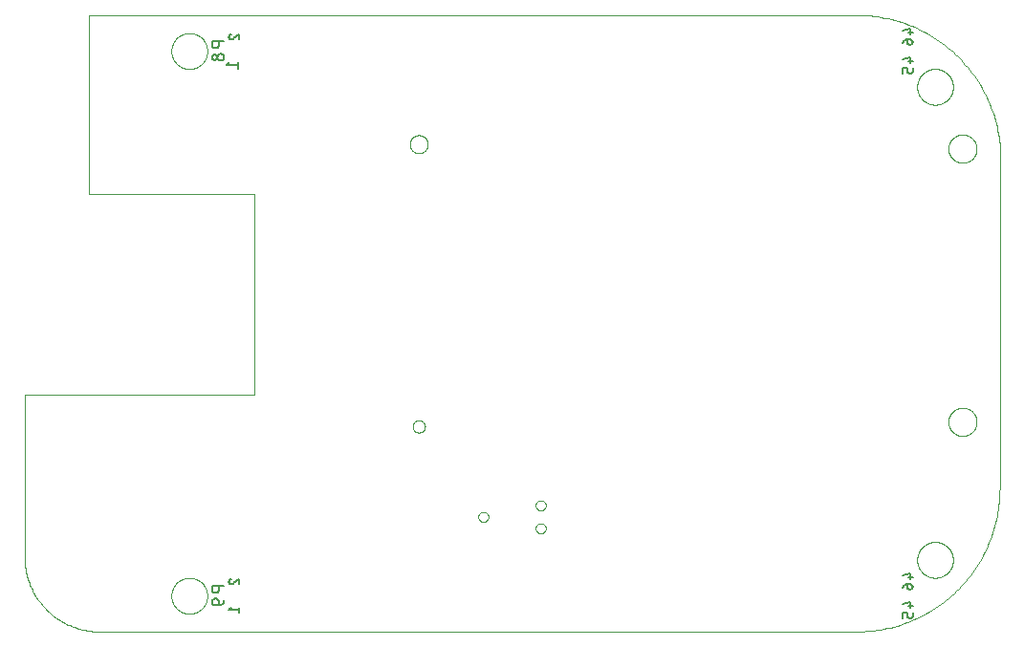
<source format=gbo>
G04 EAGLE Gerber RS-274X export*
G75*
%MOMM*%
%FSLAX34Y34*%
%LPD*%
%INBottom silk*%
%IPPOS*%
%AMOC8*
5,1,8,0,0,1.08239X$1,22.5*%
G01*
%ADD10C,0.000000*%
%ADD11C,0.203200*%
%ADD12C,0.152400*%


D10*
X63500Y0D02*
X736600Y0D01*
X863600Y127000D02*
X863600Y431800D01*
X742950Y546100D02*
X57150Y546100D01*
X0Y209550D02*
X0Y63500D01*
X57150Y387350D02*
X57150Y546100D01*
X57150Y387350D02*
X203200Y387350D01*
X203200Y209550D01*
X0Y209550D01*
X742950Y546100D02*
X746066Y545912D01*
X749177Y545649D01*
X752279Y545309D01*
X755373Y544893D01*
X758456Y544402D01*
X761525Y543835D01*
X764580Y543193D01*
X767618Y542477D01*
X770638Y541686D01*
X773638Y540822D01*
X776615Y539885D01*
X779568Y538874D01*
X782496Y537792D01*
X785397Y536638D01*
X788268Y535414D01*
X791109Y534119D01*
X793916Y532756D01*
X796690Y531324D01*
X799428Y529824D01*
X802128Y528258D01*
X804789Y526626D01*
X807409Y524930D01*
X809987Y523170D01*
X812521Y521347D01*
X815009Y519462D01*
X817451Y517517D01*
X819844Y515513D01*
X822188Y513451D01*
X824480Y511332D01*
X826720Y509158D01*
X828905Y506929D01*
X831036Y504648D01*
X833109Y502315D01*
X835125Y499932D01*
X837083Y497500D01*
X838979Y495021D01*
X840815Y492496D01*
X842588Y489927D01*
X844298Y487316D01*
X845943Y484663D01*
X847523Y481971D01*
X849036Y479241D01*
X850482Y476474D01*
X851860Y473673D01*
X853169Y470839D01*
X854407Y467974D01*
X855576Y465080D01*
X856673Y462157D01*
X857698Y459209D01*
X858650Y456236D01*
X859530Y453241D01*
X860336Y450225D01*
X861067Y447191D01*
X861724Y444139D01*
X862307Y441073D01*
X862813Y437993D01*
X863245Y434901D01*
X863600Y431800D01*
X863600Y127000D02*
X863563Y123931D01*
X863452Y120864D01*
X863266Y117801D01*
X863007Y114743D01*
X862674Y111692D01*
X862267Y108650D01*
X861787Y105619D01*
X861234Y102600D01*
X860608Y99595D01*
X859910Y96607D01*
X859139Y93636D01*
X858297Y90685D01*
X857384Y87755D01*
X856401Y84848D01*
X855347Y81965D01*
X854224Y79109D01*
X853033Y76281D01*
X851773Y73482D01*
X850446Y70715D01*
X849053Y67980D01*
X847594Y65280D01*
X846070Y62616D01*
X844482Y59990D01*
X842832Y57402D01*
X841119Y54856D01*
X839345Y52351D01*
X837511Y49890D01*
X835619Y47474D01*
X833668Y45105D01*
X831661Y42783D01*
X829598Y40511D01*
X827481Y38289D01*
X825311Y36119D01*
X823089Y34002D01*
X820817Y31939D01*
X818495Y29932D01*
X816126Y27981D01*
X813710Y26089D01*
X811249Y24255D01*
X808744Y22481D01*
X806198Y20768D01*
X803610Y19118D01*
X800984Y17530D01*
X798320Y16006D01*
X795620Y14547D01*
X792885Y13154D01*
X790118Y11827D01*
X787319Y10567D01*
X784491Y9376D01*
X781635Y8253D01*
X778752Y7199D01*
X775845Y6216D01*
X772915Y5303D01*
X769964Y4461D01*
X766993Y3690D01*
X764005Y2992D01*
X761000Y2366D01*
X757981Y1813D01*
X754950Y1333D01*
X751908Y926D01*
X748857Y593D01*
X745799Y334D01*
X742736Y148D01*
X739669Y37D01*
X736600Y0D01*
X63500Y0D02*
X61888Y96D01*
X60279Y231D01*
X58674Y405D01*
X57073Y618D01*
X55478Y870D01*
X53890Y1160D01*
X52309Y1488D01*
X50736Y1855D01*
X49173Y2259D01*
X47620Y2702D01*
X46078Y3181D01*
X44548Y3698D01*
X43032Y4252D01*
X41529Y4842D01*
X40040Y5468D01*
X38568Y6130D01*
X37111Y6828D01*
X35672Y7560D01*
X34252Y8328D01*
X32850Y9129D01*
X31468Y9964D01*
X30106Y10832D01*
X28766Y11733D01*
X27448Y12666D01*
X26153Y13631D01*
X24882Y14626D01*
X23636Y15652D01*
X22414Y16708D01*
X21218Y17794D01*
X20049Y18907D01*
X18907Y20049D01*
X17794Y21218D01*
X16708Y22414D01*
X15652Y23636D01*
X14626Y24882D01*
X13631Y26153D01*
X12666Y27448D01*
X11733Y28766D01*
X10832Y30106D01*
X9964Y31468D01*
X9129Y32850D01*
X8328Y34252D01*
X7560Y35672D01*
X6828Y37111D01*
X6130Y38568D01*
X5468Y40040D01*
X4842Y41529D01*
X4252Y43032D01*
X3698Y44548D01*
X3181Y46078D01*
X2702Y47620D01*
X2259Y49173D01*
X1855Y50736D01*
X1488Y52309D01*
X1160Y53890D01*
X870Y55478D01*
X618Y57073D01*
X405Y58674D01*
X231Y60279D01*
X96Y61888D01*
X0Y63500D01*
X341250Y431800D02*
X341252Y431996D01*
X341260Y432193D01*
X341272Y432389D01*
X341289Y432584D01*
X341310Y432779D01*
X341337Y432974D01*
X341368Y433168D01*
X341404Y433361D01*
X341444Y433553D01*
X341490Y433744D01*
X341540Y433934D01*
X341594Y434122D01*
X341654Y434309D01*
X341718Y434495D01*
X341786Y434679D01*
X341859Y434861D01*
X341936Y435042D01*
X342018Y435220D01*
X342104Y435397D01*
X342195Y435571D01*
X342289Y435743D01*
X342388Y435913D01*
X342491Y436080D01*
X342598Y436245D01*
X342709Y436406D01*
X342824Y436566D01*
X342943Y436722D01*
X343066Y436875D01*
X343192Y437025D01*
X343322Y437172D01*
X343456Y437316D01*
X343593Y437457D01*
X343734Y437594D01*
X343878Y437728D01*
X344025Y437858D01*
X344175Y437984D01*
X344328Y438107D01*
X344484Y438226D01*
X344644Y438341D01*
X344805Y438452D01*
X344970Y438559D01*
X345137Y438662D01*
X345307Y438761D01*
X345479Y438855D01*
X345653Y438946D01*
X345830Y439032D01*
X346008Y439114D01*
X346189Y439191D01*
X346371Y439264D01*
X346555Y439332D01*
X346741Y439396D01*
X346928Y439456D01*
X347116Y439510D01*
X347306Y439560D01*
X347497Y439606D01*
X347689Y439646D01*
X347882Y439682D01*
X348076Y439713D01*
X348271Y439740D01*
X348466Y439761D01*
X348661Y439778D01*
X348857Y439790D01*
X349054Y439798D01*
X349250Y439800D01*
X349446Y439798D01*
X349643Y439790D01*
X349839Y439778D01*
X350034Y439761D01*
X350229Y439740D01*
X350424Y439713D01*
X350618Y439682D01*
X350811Y439646D01*
X351003Y439606D01*
X351194Y439560D01*
X351384Y439510D01*
X351572Y439456D01*
X351759Y439396D01*
X351945Y439332D01*
X352129Y439264D01*
X352311Y439191D01*
X352492Y439114D01*
X352670Y439032D01*
X352847Y438946D01*
X353021Y438855D01*
X353193Y438761D01*
X353363Y438662D01*
X353530Y438559D01*
X353695Y438452D01*
X353856Y438341D01*
X354016Y438226D01*
X354172Y438107D01*
X354325Y437984D01*
X354475Y437858D01*
X354622Y437728D01*
X354766Y437594D01*
X354907Y437457D01*
X355044Y437316D01*
X355178Y437172D01*
X355308Y437025D01*
X355434Y436875D01*
X355557Y436722D01*
X355676Y436566D01*
X355791Y436406D01*
X355902Y436245D01*
X356009Y436080D01*
X356112Y435913D01*
X356211Y435743D01*
X356305Y435571D01*
X356396Y435397D01*
X356482Y435220D01*
X356564Y435042D01*
X356641Y434861D01*
X356714Y434679D01*
X356782Y434495D01*
X356846Y434309D01*
X356906Y434122D01*
X356960Y433934D01*
X357010Y433744D01*
X357056Y433553D01*
X357096Y433361D01*
X357132Y433168D01*
X357163Y432974D01*
X357190Y432779D01*
X357211Y432584D01*
X357228Y432389D01*
X357240Y432193D01*
X357248Y431996D01*
X357250Y431800D01*
X357248Y431604D01*
X357240Y431407D01*
X357228Y431211D01*
X357211Y431016D01*
X357190Y430821D01*
X357163Y430626D01*
X357132Y430432D01*
X357096Y430239D01*
X357056Y430047D01*
X357010Y429856D01*
X356960Y429666D01*
X356906Y429478D01*
X356846Y429291D01*
X356782Y429105D01*
X356714Y428921D01*
X356641Y428739D01*
X356564Y428558D01*
X356482Y428380D01*
X356396Y428203D01*
X356305Y428029D01*
X356211Y427857D01*
X356112Y427687D01*
X356009Y427520D01*
X355902Y427355D01*
X355791Y427194D01*
X355676Y427034D01*
X355557Y426878D01*
X355434Y426725D01*
X355308Y426575D01*
X355178Y426428D01*
X355044Y426284D01*
X354907Y426143D01*
X354766Y426006D01*
X354622Y425872D01*
X354475Y425742D01*
X354325Y425616D01*
X354172Y425493D01*
X354016Y425374D01*
X353856Y425259D01*
X353695Y425148D01*
X353530Y425041D01*
X353363Y424938D01*
X353193Y424839D01*
X353021Y424745D01*
X352847Y424654D01*
X352670Y424568D01*
X352492Y424486D01*
X352311Y424409D01*
X352129Y424336D01*
X351945Y424268D01*
X351759Y424204D01*
X351572Y424144D01*
X351384Y424090D01*
X351194Y424040D01*
X351003Y423994D01*
X350811Y423954D01*
X350618Y423918D01*
X350424Y423887D01*
X350229Y423860D01*
X350034Y423839D01*
X349839Y423822D01*
X349643Y423810D01*
X349446Y423802D01*
X349250Y423800D01*
X349054Y423802D01*
X348857Y423810D01*
X348661Y423822D01*
X348466Y423839D01*
X348271Y423860D01*
X348076Y423887D01*
X347882Y423918D01*
X347689Y423954D01*
X347497Y423994D01*
X347306Y424040D01*
X347116Y424090D01*
X346928Y424144D01*
X346741Y424204D01*
X346555Y424268D01*
X346371Y424336D01*
X346189Y424409D01*
X346008Y424486D01*
X345830Y424568D01*
X345653Y424654D01*
X345479Y424745D01*
X345307Y424839D01*
X345137Y424938D01*
X344970Y425041D01*
X344805Y425148D01*
X344644Y425259D01*
X344484Y425374D01*
X344328Y425493D01*
X344175Y425616D01*
X344025Y425742D01*
X343878Y425872D01*
X343734Y426006D01*
X343593Y426143D01*
X343456Y426284D01*
X343322Y426428D01*
X343192Y426575D01*
X343066Y426725D01*
X342943Y426878D01*
X342824Y427034D01*
X342709Y427194D01*
X342598Y427355D01*
X342491Y427520D01*
X342388Y427687D01*
X342289Y427857D01*
X342195Y428029D01*
X342104Y428203D01*
X342018Y428380D01*
X341936Y428558D01*
X341859Y428739D01*
X341786Y428921D01*
X341718Y429105D01*
X341654Y429291D01*
X341594Y429478D01*
X341540Y429666D01*
X341490Y429856D01*
X341444Y430047D01*
X341404Y430239D01*
X341368Y430432D01*
X341337Y430626D01*
X341310Y430821D01*
X341289Y431016D01*
X341272Y431211D01*
X341260Y431407D01*
X341252Y431604D01*
X341250Y431800D01*
X343750Y181800D02*
X343752Y181948D01*
X343758Y182096D01*
X343768Y182244D01*
X343782Y182392D01*
X343800Y182539D01*
X343822Y182686D01*
X343848Y182832D01*
X343877Y182977D01*
X343911Y183122D01*
X343949Y183265D01*
X343990Y183408D01*
X344035Y183549D01*
X344085Y183689D01*
X344137Y183827D01*
X344194Y183965D01*
X344254Y184100D01*
X344318Y184234D01*
X344385Y184366D01*
X344456Y184496D01*
X344531Y184625D01*
X344609Y184751D01*
X344690Y184875D01*
X344774Y184997D01*
X344862Y185116D01*
X344953Y185233D01*
X345047Y185348D01*
X345145Y185460D01*
X345245Y185569D01*
X345348Y185676D01*
X345454Y185780D01*
X345562Y185881D01*
X345674Y185979D01*
X345788Y186074D01*
X345904Y186165D01*
X346023Y186254D01*
X346144Y186339D01*
X346268Y186421D01*
X346394Y186500D01*
X346521Y186575D01*
X346651Y186647D01*
X346783Y186716D01*
X346916Y186780D01*
X347051Y186841D01*
X347188Y186899D01*
X347326Y186953D01*
X347466Y187003D01*
X347607Y187049D01*
X347749Y187091D01*
X347892Y187130D01*
X348036Y187164D01*
X348182Y187195D01*
X348327Y187222D01*
X348474Y187245D01*
X348621Y187264D01*
X348769Y187279D01*
X348916Y187290D01*
X349065Y187297D01*
X349213Y187300D01*
X349361Y187299D01*
X349509Y187294D01*
X349657Y187285D01*
X349805Y187272D01*
X349953Y187255D01*
X350099Y187234D01*
X350246Y187209D01*
X350391Y187180D01*
X350536Y187148D01*
X350679Y187111D01*
X350822Y187071D01*
X350964Y187026D01*
X351104Y186978D01*
X351243Y186926D01*
X351380Y186871D01*
X351516Y186811D01*
X351651Y186748D01*
X351783Y186682D01*
X351914Y186612D01*
X352043Y186538D01*
X352169Y186461D01*
X352294Y186381D01*
X352416Y186297D01*
X352537Y186210D01*
X352654Y186120D01*
X352770Y186026D01*
X352882Y185930D01*
X352992Y185831D01*
X353100Y185728D01*
X353204Y185623D01*
X353306Y185515D01*
X353404Y185404D01*
X353500Y185291D01*
X353593Y185175D01*
X353682Y185057D01*
X353768Y184936D01*
X353851Y184813D01*
X353931Y184688D01*
X354007Y184561D01*
X354080Y184431D01*
X354149Y184300D01*
X354214Y184167D01*
X354277Y184033D01*
X354335Y183896D01*
X354390Y183758D01*
X354440Y183619D01*
X354488Y183478D01*
X354531Y183337D01*
X354571Y183194D01*
X354606Y183050D01*
X354638Y182905D01*
X354666Y182759D01*
X354690Y182613D01*
X354710Y182466D01*
X354726Y182318D01*
X354738Y182171D01*
X354746Y182022D01*
X354750Y181874D01*
X354750Y181726D01*
X354746Y181578D01*
X354738Y181429D01*
X354726Y181282D01*
X354710Y181134D01*
X354690Y180987D01*
X354666Y180841D01*
X354638Y180695D01*
X354606Y180550D01*
X354571Y180406D01*
X354531Y180263D01*
X354488Y180122D01*
X354440Y179981D01*
X354390Y179842D01*
X354335Y179704D01*
X354277Y179567D01*
X354214Y179433D01*
X354149Y179300D01*
X354080Y179169D01*
X354007Y179039D01*
X353931Y178912D01*
X353851Y178787D01*
X353768Y178664D01*
X353682Y178543D01*
X353593Y178425D01*
X353500Y178309D01*
X353404Y178196D01*
X353306Y178085D01*
X353204Y177977D01*
X353100Y177872D01*
X352992Y177769D01*
X352882Y177670D01*
X352770Y177574D01*
X352654Y177480D01*
X352537Y177390D01*
X352416Y177303D01*
X352294Y177219D01*
X352169Y177139D01*
X352043Y177062D01*
X351914Y176988D01*
X351783Y176918D01*
X351651Y176852D01*
X351516Y176789D01*
X351380Y176729D01*
X351243Y176674D01*
X351104Y176622D01*
X350964Y176574D01*
X350822Y176529D01*
X350679Y176489D01*
X350536Y176452D01*
X350391Y176420D01*
X350246Y176391D01*
X350099Y176366D01*
X349953Y176345D01*
X349805Y176328D01*
X349657Y176315D01*
X349509Y176306D01*
X349361Y176301D01*
X349213Y176300D01*
X349065Y176303D01*
X348916Y176310D01*
X348769Y176321D01*
X348621Y176336D01*
X348474Y176355D01*
X348327Y176378D01*
X348182Y176405D01*
X348036Y176436D01*
X347892Y176470D01*
X347749Y176509D01*
X347607Y176551D01*
X347466Y176597D01*
X347326Y176647D01*
X347188Y176701D01*
X347051Y176759D01*
X346916Y176820D01*
X346783Y176884D01*
X346651Y176953D01*
X346521Y177025D01*
X346394Y177100D01*
X346268Y177179D01*
X346144Y177261D01*
X346023Y177346D01*
X345904Y177435D01*
X345788Y177526D01*
X345674Y177621D01*
X345562Y177719D01*
X345454Y177820D01*
X345348Y177924D01*
X345245Y178031D01*
X345145Y178140D01*
X345047Y178252D01*
X344953Y178367D01*
X344862Y178484D01*
X344774Y178603D01*
X344690Y178725D01*
X344609Y178849D01*
X344531Y178975D01*
X344456Y179104D01*
X344385Y179234D01*
X344318Y179366D01*
X344254Y179500D01*
X344194Y179635D01*
X344137Y179773D01*
X344085Y179911D01*
X344035Y180051D01*
X343990Y180192D01*
X343949Y180335D01*
X343911Y180478D01*
X343877Y180623D01*
X343848Y180768D01*
X343822Y180914D01*
X343800Y181061D01*
X343782Y181208D01*
X343768Y181356D01*
X343758Y181504D01*
X343752Y181652D01*
X343750Y181800D01*
X818250Y427800D02*
X818254Y428107D01*
X818265Y428413D01*
X818284Y428720D01*
X818310Y429025D01*
X818344Y429330D01*
X818385Y429634D01*
X818434Y429937D01*
X818490Y430239D01*
X818554Y430539D01*
X818625Y430837D01*
X818703Y431134D01*
X818788Y431429D01*
X818881Y431721D01*
X818981Y432011D01*
X819088Y432299D01*
X819202Y432584D01*
X819322Y432866D01*
X819450Y433144D01*
X819585Y433420D01*
X819726Y433692D01*
X819874Y433961D01*
X820028Y434226D01*
X820189Y434487D01*
X820357Y434745D01*
X820530Y434998D01*
X820710Y435246D01*
X820896Y435490D01*
X821087Y435730D01*
X821285Y435965D01*
X821488Y436194D01*
X821697Y436419D01*
X821911Y436639D01*
X822131Y436853D01*
X822356Y437062D01*
X822585Y437265D01*
X822820Y437463D01*
X823060Y437654D01*
X823304Y437840D01*
X823552Y438020D01*
X823805Y438193D01*
X824063Y438361D01*
X824324Y438522D01*
X824589Y438676D01*
X824858Y438824D01*
X825130Y438965D01*
X825406Y439100D01*
X825684Y439228D01*
X825966Y439348D01*
X826251Y439462D01*
X826539Y439569D01*
X826829Y439669D01*
X827121Y439762D01*
X827416Y439847D01*
X827713Y439925D01*
X828011Y439996D01*
X828311Y440060D01*
X828613Y440116D01*
X828916Y440165D01*
X829220Y440206D01*
X829525Y440240D01*
X829830Y440266D01*
X830137Y440285D01*
X830443Y440296D01*
X830750Y440300D01*
X831057Y440296D01*
X831363Y440285D01*
X831670Y440266D01*
X831975Y440240D01*
X832280Y440206D01*
X832584Y440165D01*
X832887Y440116D01*
X833189Y440060D01*
X833489Y439996D01*
X833787Y439925D01*
X834084Y439847D01*
X834379Y439762D01*
X834671Y439669D01*
X834961Y439569D01*
X835249Y439462D01*
X835534Y439348D01*
X835816Y439228D01*
X836094Y439100D01*
X836370Y438965D01*
X836642Y438824D01*
X836911Y438676D01*
X837176Y438522D01*
X837437Y438361D01*
X837695Y438193D01*
X837948Y438020D01*
X838196Y437840D01*
X838440Y437654D01*
X838680Y437463D01*
X838915Y437265D01*
X839144Y437062D01*
X839369Y436853D01*
X839589Y436639D01*
X839803Y436419D01*
X840012Y436194D01*
X840215Y435965D01*
X840413Y435730D01*
X840604Y435490D01*
X840790Y435246D01*
X840970Y434998D01*
X841143Y434745D01*
X841311Y434487D01*
X841472Y434226D01*
X841626Y433961D01*
X841774Y433692D01*
X841915Y433420D01*
X842050Y433144D01*
X842178Y432866D01*
X842298Y432584D01*
X842412Y432299D01*
X842519Y432011D01*
X842619Y431721D01*
X842712Y431429D01*
X842797Y431134D01*
X842875Y430837D01*
X842946Y430539D01*
X843010Y430239D01*
X843066Y429937D01*
X843115Y429634D01*
X843156Y429330D01*
X843190Y429025D01*
X843216Y428720D01*
X843235Y428413D01*
X843246Y428107D01*
X843250Y427800D01*
X843246Y427493D01*
X843235Y427187D01*
X843216Y426880D01*
X843190Y426575D01*
X843156Y426270D01*
X843115Y425966D01*
X843066Y425663D01*
X843010Y425361D01*
X842946Y425061D01*
X842875Y424763D01*
X842797Y424466D01*
X842712Y424171D01*
X842619Y423879D01*
X842519Y423589D01*
X842412Y423301D01*
X842298Y423016D01*
X842178Y422734D01*
X842050Y422456D01*
X841915Y422180D01*
X841774Y421908D01*
X841626Y421639D01*
X841472Y421374D01*
X841311Y421113D01*
X841143Y420855D01*
X840970Y420602D01*
X840790Y420354D01*
X840604Y420110D01*
X840413Y419870D01*
X840215Y419635D01*
X840012Y419406D01*
X839803Y419181D01*
X839589Y418961D01*
X839369Y418747D01*
X839144Y418538D01*
X838915Y418335D01*
X838680Y418137D01*
X838440Y417946D01*
X838196Y417760D01*
X837948Y417580D01*
X837695Y417407D01*
X837437Y417239D01*
X837176Y417078D01*
X836911Y416924D01*
X836642Y416776D01*
X836370Y416635D01*
X836094Y416500D01*
X835816Y416372D01*
X835534Y416252D01*
X835249Y416138D01*
X834961Y416031D01*
X834671Y415931D01*
X834379Y415838D01*
X834084Y415753D01*
X833787Y415675D01*
X833489Y415604D01*
X833189Y415540D01*
X832887Y415484D01*
X832584Y415435D01*
X832280Y415394D01*
X831975Y415360D01*
X831670Y415334D01*
X831363Y415315D01*
X831057Y415304D01*
X830750Y415300D01*
X830443Y415304D01*
X830137Y415315D01*
X829830Y415334D01*
X829525Y415360D01*
X829220Y415394D01*
X828916Y415435D01*
X828613Y415484D01*
X828311Y415540D01*
X828011Y415604D01*
X827713Y415675D01*
X827416Y415753D01*
X827121Y415838D01*
X826829Y415931D01*
X826539Y416031D01*
X826251Y416138D01*
X825966Y416252D01*
X825684Y416372D01*
X825406Y416500D01*
X825130Y416635D01*
X824858Y416776D01*
X824589Y416924D01*
X824324Y417078D01*
X824063Y417239D01*
X823805Y417407D01*
X823552Y417580D01*
X823304Y417760D01*
X823060Y417946D01*
X822820Y418137D01*
X822585Y418335D01*
X822356Y418538D01*
X822131Y418747D01*
X821911Y418961D01*
X821697Y419181D01*
X821488Y419406D01*
X821285Y419635D01*
X821087Y419870D01*
X820896Y420110D01*
X820710Y420354D01*
X820530Y420602D01*
X820357Y420855D01*
X820189Y421113D01*
X820028Y421374D01*
X819874Y421639D01*
X819726Y421908D01*
X819585Y422180D01*
X819450Y422456D01*
X819322Y422734D01*
X819202Y423016D01*
X819088Y423301D01*
X818981Y423589D01*
X818881Y423879D01*
X818788Y424171D01*
X818703Y424466D01*
X818625Y424763D01*
X818554Y425061D01*
X818490Y425361D01*
X818434Y425663D01*
X818385Y425966D01*
X818344Y426270D01*
X818310Y426575D01*
X818284Y426880D01*
X818265Y427187D01*
X818254Y427493D01*
X818250Y427800D01*
X818250Y185800D02*
X818254Y186107D01*
X818265Y186413D01*
X818284Y186720D01*
X818310Y187025D01*
X818344Y187330D01*
X818385Y187634D01*
X818434Y187937D01*
X818490Y188239D01*
X818554Y188539D01*
X818625Y188837D01*
X818703Y189134D01*
X818788Y189429D01*
X818881Y189721D01*
X818981Y190011D01*
X819088Y190299D01*
X819202Y190584D01*
X819322Y190866D01*
X819450Y191144D01*
X819585Y191420D01*
X819726Y191692D01*
X819874Y191961D01*
X820028Y192226D01*
X820189Y192487D01*
X820357Y192745D01*
X820530Y192998D01*
X820710Y193246D01*
X820896Y193490D01*
X821087Y193730D01*
X821285Y193965D01*
X821488Y194194D01*
X821697Y194419D01*
X821911Y194639D01*
X822131Y194853D01*
X822356Y195062D01*
X822585Y195265D01*
X822820Y195463D01*
X823060Y195654D01*
X823304Y195840D01*
X823552Y196020D01*
X823805Y196193D01*
X824063Y196361D01*
X824324Y196522D01*
X824589Y196676D01*
X824858Y196824D01*
X825130Y196965D01*
X825406Y197100D01*
X825684Y197228D01*
X825966Y197348D01*
X826251Y197462D01*
X826539Y197569D01*
X826829Y197669D01*
X827121Y197762D01*
X827416Y197847D01*
X827713Y197925D01*
X828011Y197996D01*
X828311Y198060D01*
X828613Y198116D01*
X828916Y198165D01*
X829220Y198206D01*
X829525Y198240D01*
X829830Y198266D01*
X830137Y198285D01*
X830443Y198296D01*
X830750Y198300D01*
X831057Y198296D01*
X831363Y198285D01*
X831670Y198266D01*
X831975Y198240D01*
X832280Y198206D01*
X832584Y198165D01*
X832887Y198116D01*
X833189Y198060D01*
X833489Y197996D01*
X833787Y197925D01*
X834084Y197847D01*
X834379Y197762D01*
X834671Y197669D01*
X834961Y197569D01*
X835249Y197462D01*
X835534Y197348D01*
X835816Y197228D01*
X836094Y197100D01*
X836370Y196965D01*
X836642Y196824D01*
X836911Y196676D01*
X837176Y196522D01*
X837437Y196361D01*
X837695Y196193D01*
X837948Y196020D01*
X838196Y195840D01*
X838440Y195654D01*
X838680Y195463D01*
X838915Y195265D01*
X839144Y195062D01*
X839369Y194853D01*
X839589Y194639D01*
X839803Y194419D01*
X840012Y194194D01*
X840215Y193965D01*
X840413Y193730D01*
X840604Y193490D01*
X840790Y193246D01*
X840970Y192998D01*
X841143Y192745D01*
X841311Y192487D01*
X841472Y192226D01*
X841626Y191961D01*
X841774Y191692D01*
X841915Y191420D01*
X842050Y191144D01*
X842178Y190866D01*
X842298Y190584D01*
X842412Y190299D01*
X842519Y190011D01*
X842619Y189721D01*
X842712Y189429D01*
X842797Y189134D01*
X842875Y188837D01*
X842946Y188539D01*
X843010Y188239D01*
X843066Y187937D01*
X843115Y187634D01*
X843156Y187330D01*
X843190Y187025D01*
X843216Y186720D01*
X843235Y186413D01*
X843246Y186107D01*
X843250Y185800D01*
X843246Y185493D01*
X843235Y185187D01*
X843216Y184880D01*
X843190Y184575D01*
X843156Y184270D01*
X843115Y183966D01*
X843066Y183663D01*
X843010Y183361D01*
X842946Y183061D01*
X842875Y182763D01*
X842797Y182466D01*
X842712Y182171D01*
X842619Y181879D01*
X842519Y181589D01*
X842412Y181301D01*
X842298Y181016D01*
X842178Y180734D01*
X842050Y180456D01*
X841915Y180180D01*
X841774Y179908D01*
X841626Y179639D01*
X841472Y179374D01*
X841311Y179113D01*
X841143Y178855D01*
X840970Y178602D01*
X840790Y178354D01*
X840604Y178110D01*
X840413Y177870D01*
X840215Y177635D01*
X840012Y177406D01*
X839803Y177181D01*
X839589Y176961D01*
X839369Y176747D01*
X839144Y176538D01*
X838915Y176335D01*
X838680Y176137D01*
X838440Y175946D01*
X838196Y175760D01*
X837948Y175580D01*
X837695Y175407D01*
X837437Y175239D01*
X837176Y175078D01*
X836911Y174924D01*
X836642Y174776D01*
X836370Y174635D01*
X836094Y174500D01*
X835816Y174372D01*
X835534Y174252D01*
X835249Y174138D01*
X834961Y174031D01*
X834671Y173931D01*
X834379Y173838D01*
X834084Y173753D01*
X833787Y173675D01*
X833489Y173604D01*
X833189Y173540D01*
X832887Y173484D01*
X832584Y173435D01*
X832280Y173394D01*
X831975Y173360D01*
X831670Y173334D01*
X831363Y173315D01*
X831057Y173304D01*
X830750Y173300D01*
X830443Y173304D01*
X830137Y173315D01*
X829830Y173334D01*
X829525Y173360D01*
X829220Y173394D01*
X828916Y173435D01*
X828613Y173484D01*
X828311Y173540D01*
X828011Y173604D01*
X827713Y173675D01*
X827416Y173753D01*
X827121Y173838D01*
X826829Y173931D01*
X826539Y174031D01*
X826251Y174138D01*
X825966Y174252D01*
X825684Y174372D01*
X825406Y174500D01*
X825130Y174635D01*
X824858Y174776D01*
X824589Y174924D01*
X824324Y175078D01*
X824063Y175239D01*
X823805Y175407D01*
X823552Y175580D01*
X823304Y175760D01*
X823060Y175946D01*
X822820Y176137D01*
X822585Y176335D01*
X822356Y176538D01*
X822131Y176747D01*
X821911Y176961D01*
X821697Y177181D01*
X821488Y177406D01*
X821285Y177635D01*
X821087Y177870D01*
X820896Y178110D01*
X820710Y178354D01*
X820530Y178602D01*
X820357Y178855D01*
X820189Y179113D01*
X820028Y179374D01*
X819874Y179639D01*
X819726Y179908D01*
X819585Y180180D01*
X819450Y180456D01*
X819322Y180734D01*
X819202Y181016D01*
X819088Y181301D01*
X818981Y181589D01*
X818881Y181879D01*
X818788Y182171D01*
X818703Y182466D01*
X818625Y182763D01*
X818554Y183061D01*
X818490Y183361D01*
X818434Y183663D01*
X818385Y183966D01*
X818344Y184270D01*
X818310Y184575D01*
X818284Y184880D01*
X818265Y185187D01*
X818254Y185493D01*
X818250Y185800D01*
X130175Y31750D02*
X130180Y32140D01*
X130194Y32529D01*
X130218Y32918D01*
X130251Y33306D01*
X130294Y33693D01*
X130347Y34079D01*
X130409Y34464D01*
X130480Y34847D01*
X130561Y35228D01*
X130651Y35607D01*
X130750Y35984D01*
X130859Y36358D01*
X130976Y36730D01*
X131103Y37098D01*
X131239Y37463D01*
X131383Y37825D01*
X131537Y38183D01*
X131699Y38537D01*
X131870Y38888D01*
X132049Y39233D01*
X132237Y39575D01*
X132434Y39911D01*
X132638Y40243D01*
X132850Y40570D01*
X133071Y40891D01*
X133299Y41207D01*
X133535Y41517D01*
X133778Y41821D01*
X134029Y42119D01*
X134287Y42411D01*
X134553Y42696D01*
X134825Y42975D01*
X135104Y43247D01*
X135389Y43513D01*
X135681Y43771D01*
X135979Y44022D01*
X136283Y44265D01*
X136593Y44501D01*
X136909Y44729D01*
X137230Y44950D01*
X137557Y45162D01*
X137889Y45366D01*
X138225Y45563D01*
X138567Y45751D01*
X138912Y45930D01*
X139263Y46101D01*
X139617Y46263D01*
X139975Y46417D01*
X140337Y46561D01*
X140702Y46697D01*
X141070Y46824D01*
X141442Y46941D01*
X141816Y47050D01*
X142193Y47149D01*
X142572Y47239D01*
X142953Y47320D01*
X143336Y47391D01*
X143721Y47453D01*
X144107Y47506D01*
X144494Y47549D01*
X144882Y47582D01*
X145271Y47606D01*
X145660Y47620D01*
X146050Y47625D01*
X146440Y47620D01*
X146829Y47606D01*
X147218Y47582D01*
X147606Y47549D01*
X147993Y47506D01*
X148379Y47453D01*
X148764Y47391D01*
X149147Y47320D01*
X149528Y47239D01*
X149907Y47149D01*
X150284Y47050D01*
X150658Y46941D01*
X151030Y46824D01*
X151398Y46697D01*
X151763Y46561D01*
X152125Y46417D01*
X152483Y46263D01*
X152837Y46101D01*
X153188Y45930D01*
X153533Y45751D01*
X153875Y45563D01*
X154211Y45366D01*
X154543Y45162D01*
X154870Y44950D01*
X155191Y44729D01*
X155507Y44501D01*
X155817Y44265D01*
X156121Y44022D01*
X156419Y43771D01*
X156711Y43513D01*
X156996Y43247D01*
X157275Y42975D01*
X157547Y42696D01*
X157813Y42411D01*
X158071Y42119D01*
X158322Y41821D01*
X158565Y41517D01*
X158801Y41207D01*
X159029Y40891D01*
X159250Y40570D01*
X159462Y40243D01*
X159666Y39911D01*
X159863Y39575D01*
X160051Y39233D01*
X160230Y38888D01*
X160401Y38537D01*
X160563Y38183D01*
X160717Y37825D01*
X160861Y37463D01*
X160997Y37098D01*
X161124Y36730D01*
X161241Y36358D01*
X161350Y35984D01*
X161449Y35607D01*
X161539Y35228D01*
X161620Y34847D01*
X161691Y34464D01*
X161753Y34079D01*
X161806Y33693D01*
X161849Y33306D01*
X161882Y32918D01*
X161906Y32529D01*
X161920Y32140D01*
X161925Y31750D01*
X161920Y31360D01*
X161906Y30971D01*
X161882Y30582D01*
X161849Y30194D01*
X161806Y29807D01*
X161753Y29421D01*
X161691Y29036D01*
X161620Y28653D01*
X161539Y28272D01*
X161449Y27893D01*
X161350Y27516D01*
X161241Y27142D01*
X161124Y26770D01*
X160997Y26402D01*
X160861Y26037D01*
X160717Y25675D01*
X160563Y25317D01*
X160401Y24963D01*
X160230Y24612D01*
X160051Y24267D01*
X159863Y23925D01*
X159666Y23589D01*
X159462Y23257D01*
X159250Y22930D01*
X159029Y22609D01*
X158801Y22293D01*
X158565Y21983D01*
X158322Y21679D01*
X158071Y21381D01*
X157813Y21089D01*
X157547Y20804D01*
X157275Y20525D01*
X156996Y20253D01*
X156711Y19987D01*
X156419Y19729D01*
X156121Y19478D01*
X155817Y19235D01*
X155507Y18999D01*
X155191Y18771D01*
X154870Y18550D01*
X154543Y18338D01*
X154211Y18134D01*
X153875Y17937D01*
X153533Y17749D01*
X153188Y17570D01*
X152837Y17399D01*
X152483Y17237D01*
X152125Y17083D01*
X151763Y16939D01*
X151398Y16803D01*
X151030Y16676D01*
X150658Y16559D01*
X150284Y16450D01*
X149907Y16351D01*
X149528Y16261D01*
X149147Y16180D01*
X148764Y16109D01*
X148379Y16047D01*
X147993Y15994D01*
X147606Y15951D01*
X147218Y15918D01*
X146829Y15894D01*
X146440Y15880D01*
X146050Y15875D01*
X145660Y15880D01*
X145271Y15894D01*
X144882Y15918D01*
X144494Y15951D01*
X144107Y15994D01*
X143721Y16047D01*
X143336Y16109D01*
X142953Y16180D01*
X142572Y16261D01*
X142193Y16351D01*
X141816Y16450D01*
X141442Y16559D01*
X141070Y16676D01*
X140702Y16803D01*
X140337Y16939D01*
X139975Y17083D01*
X139617Y17237D01*
X139263Y17399D01*
X138912Y17570D01*
X138567Y17749D01*
X138225Y17937D01*
X137889Y18134D01*
X137557Y18338D01*
X137230Y18550D01*
X136909Y18771D01*
X136593Y18999D01*
X136283Y19235D01*
X135979Y19478D01*
X135681Y19729D01*
X135389Y19987D01*
X135104Y20253D01*
X134825Y20525D01*
X134553Y20804D01*
X134287Y21089D01*
X134029Y21381D01*
X133778Y21679D01*
X133535Y21983D01*
X133299Y22293D01*
X133071Y22609D01*
X132850Y22930D01*
X132638Y23257D01*
X132434Y23589D01*
X132237Y23925D01*
X132049Y24267D01*
X131870Y24612D01*
X131699Y24963D01*
X131537Y25317D01*
X131383Y25675D01*
X131239Y26037D01*
X131103Y26402D01*
X130976Y26770D01*
X130859Y27142D01*
X130750Y27516D01*
X130651Y27893D01*
X130561Y28272D01*
X130480Y28653D01*
X130409Y29036D01*
X130347Y29421D01*
X130294Y29807D01*
X130251Y30194D01*
X130218Y30582D01*
X130194Y30971D01*
X130180Y31360D01*
X130175Y31750D01*
X790575Y63500D02*
X790580Y63890D01*
X790594Y64279D01*
X790618Y64668D01*
X790651Y65056D01*
X790694Y65443D01*
X790747Y65829D01*
X790809Y66214D01*
X790880Y66597D01*
X790961Y66978D01*
X791051Y67357D01*
X791150Y67734D01*
X791259Y68108D01*
X791376Y68480D01*
X791503Y68848D01*
X791639Y69213D01*
X791783Y69575D01*
X791937Y69933D01*
X792099Y70287D01*
X792270Y70638D01*
X792449Y70983D01*
X792637Y71325D01*
X792834Y71661D01*
X793038Y71993D01*
X793250Y72320D01*
X793471Y72641D01*
X793699Y72957D01*
X793935Y73267D01*
X794178Y73571D01*
X794429Y73869D01*
X794687Y74161D01*
X794953Y74446D01*
X795225Y74725D01*
X795504Y74997D01*
X795789Y75263D01*
X796081Y75521D01*
X796379Y75772D01*
X796683Y76015D01*
X796993Y76251D01*
X797309Y76479D01*
X797630Y76700D01*
X797957Y76912D01*
X798289Y77116D01*
X798625Y77313D01*
X798967Y77501D01*
X799312Y77680D01*
X799663Y77851D01*
X800017Y78013D01*
X800375Y78167D01*
X800737Y78311D01*
X801102Y78447D01*
X801470Y78574D01*
X801842Y78691D01*
X802216Y78800D01*
X802593Y78899D01*
X802972Y78989D01*
X803353Y79070D01*
X803736Y79141D01*
X804121Y79203D01*
X804507Y79256D01*
X804894Y79299D01*
X805282Y79332D01*
X805671Y79356D01*
X806060Y79370D01*
X806450Y79375D01*
X806840Y79370D01*
X807229Y79356D01*
X807618Y79332D01*
X808006Y79299D01*
X808393Y79256D01*
X808779Y79203D01*
X809164Y79141D01*
X809547Y79070D01*
X809928Y78989D01*
X810307Y78899D01*
X810684Y78800D01*
X811058Y78691D01*
X811430Y78574D01*
X811798Y78447D01*
X812163Y78311D01*
X812525Y78167D01*
X812883Y78013D01*
X813237Y77851D01*
X813588Y77680D01*
X813933Y77501D01*
X814275Y77313D01*
X814611Y77116D01*
X814943Y76912D01*
X815270Y76700D01*
X815591Y76479D01*
X815907Y76251D01*
X816217Y76015D01*
X816521Y75772D01*
X816819Y75521D01*
X817111Y75263D01*
X817396Y74997D01*
X817675Y74725D01*
X817947Y74446D01*
X818213Y74161D01*
X818471Y73869D01*
X818722Y73571D01*
X818965Y73267D01*
X819201Y72957D01*
X819429Y72641D01*
X819650Y72320D01*
X819862Y71993D01*
X820066Y71661D01*
X820263Y71325D01*
X820451Y70983D01*
X820630Y70638D01*
X820801Y70287D01*
X820963Y69933D01*
X821117Y69575D01*
X821261Y69213D01*
X821397Y68848D01*
X821524Y68480D01*
X821641Y68108D01*
X821750Y67734D01*
X821849Y67357D01*
X821939Y66978D01*
X822020Y66597D01*
X822091Y66214D01*
X822153Y65829D01*
X822206Y65443D01*
X822249Y65056D01*
X822282Y64668D01*
X822306Y64279D01*
X822320Y63890D01*
X822325Y63500D01*
X822320Y63110D01*
X822306Y62721D01*
X822282Y62332D01*
X822249Y61944D01*
X822206Y61557D01*
X822153Y61171D01*
X822091Y60786D01*
X822020Y60403D01*
X821939Y60022D01*
X821849Y59643D01*
X821750Y59266D01*
X821641Y58892D01*
X821524Y58520D01*
X821397Y58152D01*
X821261Y57787D01*
X821117Y57425D01*
X820963Y57067D01*
X820801Y56713D01*
X820630Y56362D01*
X820451Y56017D01*
X820263Y55675D01*
X820066Y55339D01*
X819862Y55007D01*
X819650Y54680D01*
X819429Y54359D01*
X819201Y54043D01*
X818965Y53733D01*
X818722Y53429D01*
X818471Y53131D01*
X818213Y52839D01*
X817947Y52554D01*
X817675Y52275D01*
X817396Y52003D01*
X817111Y51737D01*
X816819Y51479D01*
X816521Y51228D01*
X816217Y50985D01*
X815907Y50749D01*
X815591Y50521D01*
X815270Y50300D01*
X814943Y50088D01*
X814611Y49884D01*
X814275Y49687D01*
X813933Y49499D01*
X813588Y49320D01*
X813237Y49149D01*
X812883Y48987D01*
X812525Y48833D01*
X812163Y48689D01*
X811798Y48553D01*
X811430Y48426D01*
X811058Y48309D01*
X810684Y48200D01*
X810307Y48101D01*
X809928Y48011D01*
X809547Y47930D01*
X809164Y47859D01*
X808779Y47797D01*
X808393Y47744D01*
X808006Y47701D01*
X807618Y47668D01*
X807229Y47644D01*
X806840Y47630D01*
X806450Y47625D01*
X806060Y47630D01*
X805671Y47644D01*
X805282Y47668D01*
X804894Y47701D01*
X804507Y47744D01*
X804121Y47797D01*
X803736Y47859D01*
X803353Y47930D01*
X802972Y48011D01*
X802593Y48101D01*
X802216Y48200D01*
X801842Y48309D01*
X801470Y48426D01*
X801102Y48553D01*
X800737Y48689D01*
X800375Y48833D01*
X800017Y48987D01*
X799663Y49149D01*
X799312Y49320D01*
X798967Y49499D01*
X798625Y49687D01*
X798289Y49884D01*
X797957Y50088D01*
X797630Y50300D01*
X797309Y50521D01*
X796993Y50749D01*
X796683Y50985D01*
X796379Y51228D01*
X796081Y51479D01*
X795789Y51737D01*
X795504Y52003D01*
X795225Y52275D01*
X794953Y52554D01*
X794687Y52839D01*
X794429Y53131D01*
X794178Y53429D01*
X793935Y53733D01*
X793699Y54043D01*
X793471Y54359D01*
X793250Y54680D01*
X793038Y55007D01*
X792834Y55339D01*
X792637Y55675D01*
X792449Y56017D01*
X792270Y56362D01*
X792099Y56713D01*
X791937Y57067D01*
X791783Y57425D01*
X791639Y57787D01*
X791503Y58152D01*
X791376Y58520D01*
X791259Y58892D01*
X791150Y59266D01*
X791051Y59643D01*
X790961Y60022D01*
X790880Y60403D01*
X790809Y60786D01*
X790747Y61171D01*
X790694Y61557D01*
X790651Y61944D01*
X790618Y62332D01*
X790594Y62721D01*
X790580Y63110D01*
X790575Y63500D01*
X790575Y482600D02*
X790580Y482990D01*
X790594Y483379D01*
X790618Y483768D01*
X790651Y484156D01*
X790694Y484543D01*
X790747Y484929D01*
X790809Y485314D01*
X790880Y485697D01*
X790961Y486078D01*
X791051Y486457D01*
X791150Y486834D01*
X791259Y487208D01*
X791376Y487580D01*
X791503Y487948D01*
X791639Y488313D01*
X791783Y488675D01*
X791937Y489033D01*
X792099Y489387D01*
X792270Y489738D01*
X792449Y490083D01*
X792637Y490425D01*
X792834Y490761D01*
X793038Y491093D01*
X793250Y491420D01*
X793471Y491741D01*
X793699Y492057D01*
X793935Y492367D01*
X794178Y492671D01*
X794429Y492969D01*
X794687Y493261D01*
X794953Y493546D01*
X795225Y493825D01*
X795504Y494097D01*
X795789Y494363D01*
X796081Y494621D01*
X796379Y494872D01*
X796683Y495115D01*
X796993Y495351D01*
X797309Y495579D01*
X797630Y495800D01*
X797957Y496012D01*
X798289Y496216D01*
X798625Y496413D01*
X798967Y496601D01*
X799312Y496780D01*
X799663Y496951D01*
X800017Y497113D01*
X800375Y497267D01*
X800737Y497411D01*
X801102Y497547D01*
X801470Y497674D01*
X801842Y497791D01*
X802216Y497900D01*
X802593Y497999D01*
X802972Y498089D01*
X803353Y498170D01*
X803736Y498241D01*
X804121Y498303D01*
X804507Y498356D01*
X804894Y498399D01*
X805282Y498432D01*
X805671Y498456D01*
X806060Y498470D01*
X806450Y498475D01*
X806840Y498470D01*
X807229Y498456D01*
X807618Y498432D01*
X808006Y498399D01*
X808393Y498356D01*
X808779Y498303D01*
X809164Y498241D01*
X809547Y498170D01*
X809928Y498089D01*
X810307Y497999D01*
X810684Y497900D01*
X811058Y497791D01*
X811430Y497674D01*
X811798Y497547D01*
X812163Y497411D01*
X812525Y497267D01*
X812883Y497113D01*
X813237Y496951D01*
X813588Y496780D01*
X813933Y496601D01*
X814275Y496413D01*
X814611Y496216D01*
X814943Y496012D01*
X815270Y495800D01*
X815591Y495579D01*
X815907Y495351D01*
X816217Y495115D01*
X816521Y494872D01*
X816819Y494621D01*
X817111Y494363D01*
X817396Y494097D01*
X817675Y493825D01*
X817947Y493546D01*
X818213Y493261D01*
X818471Y492969D01*
X818722Y492671D01*
X818965Y492367D01*
X819201Y492057D01*
X819429Y491741D01*
X819650Y491420D01*
X819862Y491093D01*
X820066Y490761D01*
X820263Y490425D01*
X820451Y490083D01*
X820630Y489738D01*
X820801Y489387D01*
X820963Y489033D01*
X821117Y488675D01*
X821261Y488313D01*
X821397Y487948D01*
X821524Y487580D01*
X821641Y487208D01*
X821750Y486834D01*
X821849Y486457D01*
X821939Y486078D01*
X822020Y485697D01*
X822091Y485314D01*
X822153Y484929D01*
X822206Y484543D01*
X822249Y484156D01*
X822282Y483768D01*
X822306Y483379D01*
X822320Y482990D01*
X822325Y482600D01*
X822320Y482210D01*
X822306Y481821D01*
X822282Y481432D01*
X822249Y481044D01*
X822206Y480657D01*
X822153Y480271D01*
X822091Y479886D01*
X822020Y479503D01*
X821939Y479122D01*
X821849Y478743D01*
X821750Y478366D01*
X821641Y477992D01*
X821524Y477620D01*
X821397Y477252D01*
X821261Y476887D01*
X821117Y476525D01*
X820963Y476167D01*
X820801Y475813D01*
X820630Y475462D01*
X820451Y475117D01*
X820263Y474775D01*
X820066Y474439D01*
X819862Y474107D01*
X819650Y473780D01*
X819429Y473459D01*
X819201Y473143D01*
X818965Y472833D01*
X818722Y472529D01*
X818471Y472231D01*
X818213Y471939D01*
X817947Y471654D01*
X817675Y471375D01*
X817396Y471103D01*
X817111Y470837D01*
X816819Y470579D01*
X816521Y470328D01*
X816217Y470085D01*
X815907Y469849D01*
X815591Y469621D01*
X815270Y469400D01*
X814943Y469188D01*
X814611Y468984D01*
X814275Y468787D01*
X813933Y468599D01*
X813588Y468420D01*
X813237Y468249D01*
X812883Y468087D01*
X812525Y467933D01*
X812163Y467789D01*
X811798Y467653D01*
X811430Y467526D01*
X811058Y467409D01*
X810684Y467300D01*
X810307Y467201D01*
X809928Y467111D01*
X809547Y467030D01*
X809164Y466959D01*
X808779Y466897D01*
X808393Y466844D01*
X808006Y466801D01*
X807618Y466768D01*
X807229Y466744D01*
X806840Y466730D01*
X806450Y466725D01*
X806060Y466730D01*
X805671Y466744D01*
X805282Y466768D01*
X804894Y466801D01*
X804507Y466844D01*
X804121Y466897D01*
X803736Y466959D01*
X803353Y467030D01*
X802972Y467111D01*
X802593Y467201D01*
X802216Y467300D01*
X801842Y467409D01*
X801470Y467526D01*
X801102Y467653D01*
X800737Y467789D01*
X800375Y467933D01*
X800017Y468087D01*
X799663Y468249D01*
X799312Y468420D01*
X798967Y468599D01*
X798625Y468787D01*
X798289Y468984D01*
X797957Y469188D01*
X797630Y469400D01*
X797309Y469621D01*
X796993Y469849D01*
X796683Y470085D01*
X796379Y470328D01*
X796081Y470579D01*
X795789Y470837D01*
X795504Y471103D01*
X795225Y471375D01*
X794953Y471654D01*
X794687Y471939D01*
X794429Y472231D01*
X794178Y472529D01*
X793935Y472833D01*
X793699Y473143D01*
X793471Y473459D01*
X793250Y473780D01*
X793038Y474107D01*
X792834Y474439D01*
X792637Y474775D01*
X792449Y475117D01*
X792270Y475462D01*
X792099Y475813D01*
X791937Y476167D01*
X791783Y476525D01*
X791639Y476887D01*
X791503Y477252D01*
X791376Y477620D01*
X791259Y477992D01*
X791150Y478366D01*
X791051Y478743D01*
X790961Y479122D01*
X790880Y479503D01*
X790809Y479886D01*
X790747Y480271D01*
X790694Y480657D01*
X790651Y481044D01*
X790618Y481432D01*
X790594Y481821D01*
X790580Y482210D01*
X790575Y482600D01*
X130175Y514350D02*
X130180Y514740D01*
X130194Y515129D01*
X130218Y515518D01*
X130251Y515906D01*
X130294Y516293D01*
X130347Y516679D01*
X130409Y517064D01*
X130480Y517447D01*
X130561Y517828D01*
X130651Y518207D01*
X130750Y518584D01*
X130859Y518958D01*
X130976Y519330D01*
X131103Y519698D01*
X131239Y520063D01*
X131383Y520425D01*
X131537Y520783D01*
X131699Y521137D01*
X131870Y521488D01*
X132049Y521833D01*
X132237Y522175D01*
X132434Y522511D01*
X132638Y522843D01*
X132850Y523170D01*
X133071Y523491D01*
X133299Y523807D01*
X133535Y524117D01*
X133778Y524421D01*
X134029Y524719D01*
X134287Y525011D01*
X134553Y525296D01*
X134825Y525575D01*
X135104Y525847D01*
X135389Y526113D01*
X135681Y526371D01*
X135979Y526622D01*
X136283Y526865D01*
X136593Y527101D01*
X136909Y527329D01*
X137230Y527550D01*
X137557Y527762D01*
X137889Y527966D01*
X138225Y528163D01*
X138567Y528351D01*
X138912Y528530D01*
X139263Y528701D01*
X139617Y528863D01*
X139975Y529017D01*
X140337Y529161D01*
X140702Y529297D01*
X141070Y529424D01*
X141442Y529541D01*
X141816Y529650D01*
X142193Y529749D01*
X142572Y529839D01*
X142953Y529920D01*
X143336Y529991D01*
X143721Y530053D01*
X144107Y530106D01*
X144494Y530149D01*
X144882Y530182D01*
X145271Y530206D01*
X145660Y530220D01*
X146050Y530225D01*
X146440Y530220D01*
X146829Y530206D01*
X147218Y530182D01*
X147606Y530149D01*
X147993Y530106D01*
X148379Y530053D01*
X148764Y529991D01*
X149147Y529920D01*
X149528Y529839D01*
X149907Y529749D01*
X150284Y529650D01*
X150658Y529541D01*
X151030Y529424D01*
X151398Y529297D01*
X151763Y529161D01*
X152125Y529017D01*
X152483Y528863D01*
X152837Y528701D01*
X153188Y528530D01*
X153533Y528351D01*
X153875Y528163D01*
X154211Y527966D01*
X154543Y527762D01*
X154870Y527550D01*
X155191Y527329D01*
X155507Y527101D01*
X155817Y526865D01*
X156121Y526622D01*
X156419Y526371D01*
X156711Y526113D01*
X156996Y525847D01*
X157275Y525575D01*
X157547Y525296D01*
X157813Y525011D01*
X158071Y524719D01*
X158322Y524421D01*
X158565Y524117D01*
X158801Y523807D01*
X159029Y523491D01*
X159250Y523170D01*
X159462Y522843D01*
X159666Y522511D01*
X159863Y522175D01*
X160051Y521833D01*
X160230Y521488D01*
X160401Y521137D01*
X160563Y520783D01*
X160717Y520425D01*
X160861Y520063D01*
X160997Y519698D01*
X161124Y519330D01*
X161241Y518958D01*
X161350Y518584D01*
X161449Y518207D01*
X161539Y517828D01*
X161620Y517447D01*
X161691Y517064D01*
X161753Y516679D01*
X161806Y516293D01*
X161849Y515906D01*
X161882Y515518D01*
X161906Y515129D01*
X161920Y514740D01*
X161925Y514350D01*
X161920Y513960D01*
X161906Y513571D01*
X161882Y513182D01*
X161849Y512794D01*
X161806Y512407D01*
X161753Y512021D01*
X161691Y511636D01*
X161620Y511253D01*
X161539Y510872D01*
X161449Y510493D01*
X161350Y510116D01*
X161241Y509742D01*
X161124Y509370D01*
X160997Y509002D01*
X160861Y508637D01*
X160717Y508275D01*
X160563Y507917D01*
X160401Y507563D01*
X160230Y507212D01*
X160051Y506867D01*
X159863Y506525D01*
X159666Y506189D01*
X159462Y505857D01*
X159250Y505530D01*
X159029Y505209D01*
X158801Y504893D01*
X158565Y504583D01*
X158322Y504279D01*
X158071Y503981D01*
X157813Y503689D01*
X157547Y503404D01*
X157275Y503125D01*
X156996Y502853D01*
X156711Y502587D01*
X156419Y502329D01*
X156121Y502078D01*
X155817Y501835D01*
X155507Y501599D01*
X155191Y501371D01*
X154870Y501150D01*
X154543Y500938D01*
X154211Y500734D01*
X153875Y500537D01*
X153533Y500349D01*
X153188Y500170D01*
X152837Y499999D01*
X152483Y499837D01*
X152125Y499683D01*
X151763Y499539D01*
X151398Y499403D01*
X151030Y499276D01*
X150658Y499159D01*
X150284Y499050D01*
X149907Y498951D01*
X149528Y498861D01*
X149147Y498780D01*
X148764Y498709D01*
X148379Y498647D01*
X147993Y498594D01*
X147606Y498551D01*
X147218Y498518D01*
X146829Y498494D01*
X146440Y498480D01*
X146050Y498475D01*
X145660Y498480D01*
X145271Y498494D01*
X144882Y498518D01*
X144494Y498551D01*
X144107Y498594D01*
X143721Y498647D01*
X143336Y498709D01*
X142953Y498780D01*
X142572Y498861D01*
X142193Y498951D01*
X141816Y499050D01*
X141442Y499159D01*
X141070Y499276D01*
X140702Y499403D01*
X140337Y499539D01*
X139975Y499683D01*
X139617Y499837D01*
X139263Y499999D01*
X138912Y500170D01*
X138567Y500349D01*
X138225Y500537D01*
X137889Y500734D01*
X137557Y500938D01*
X137230Y501150D01*
X136909Y501371D01*
X136593Y501599D01*
X136283Y501835D01*
X135979Y502078D01*
X135681Y502329D01*
X135389Y502587D01*
X135104Y502853D01*
X134825Y503125D01*
X134553Y503404D01*
X134287Y503689D01*
X134029Y503981D01*
X133778Y504279D01*
X133535Y504583D01*
X133299Y504893D01*
X133071Y505209D01*
X132850Y505530D01*
X132638Y505857D01*
X132434Y506189D01*
X132237Y506525D01*
X132049Y506867D01*
X131870Y507212D01*
X131699Y507563D01*
X131537Y507917D01*
X131383Y508275D01*
X131239Y508637D01*
X131103Y509002D01*
X130976Y509370D01*
X130859Y509742D01*
X130750Y510116D01*
X130651Y510493D01*
X130561Y510872D01*
X130480Y511253D01*
X130409Y511636D01*
X130347Y512021D01*
X130294Y512407D01*
X130251Y512794D01*
X130218Y513182D01*
X130194Y513571D01*
X130180Y513960D01*
X130175Y514350D01*
D11*
X166116Y522711D02*
X176784Y522711D01*
X166116Y522711D02*
X166116Y519748D01*
X166118Y519641D01*
X166124Y519534D01*
X166133Y519428D01*
X166147Y519322D01*
X166164Y519216D01*
X166185Y519111D01*
X166210Y519007D01*
X166239Y518904D01*
X166271Y518802D01*
X166307Y518701D01*
X166347Y518602D01*
X166390Y518504D01*
X166437Y518408D01*
X166487Y518313D01*
X166540Y518220D01*
X166597Y518130D01*
X166657Y518041D01*
X166720Y517955D01*
X166786Y517871D01*
X166856Y517789D01*
X166928Y517710D01*
X167003Y517634D01*
X167081Y517560D01*
X167161Y517490D01*
X167244Y517422D01*
X167329Y517357D01*
X167416Y517296D01*
X167506Y517237D01*
X167598Y517182D01*
X167691Y517130D01*
X167787Y517082D01*
X167884Y517037D01*
X167982Y516995D01*
X168082Y516958D01*
X168184Y516923D01*
X168286Y516893D01*
X168390Y516866D01*
X168494Y516843D01*
X168600Y516824D01*
X168706Y516809D01*
X168812Y516797D01*
X168919Y516789D01*
X169026Y516785D01*
X169132Y516785D01*
X169239Y516789D01*
X169346Y516797D01*
X169452Y516809D01*
X169558Y516824D01*
X169664Y516843D01*
X169768Y516866D01*
X169872Y516893D01*
X169974Y516923D01*
X170076Y516958D01*
X170176Y516995D01*
X170274Y517037D01*
X170371Y517082D01*
X170467Y517130D01*
X170560Y517182D01*
X170652Y517237D01*
X170742Y517296D01*
X170829Y517357D01*
X170914Y517422D01*
X170997Y517490D01*
X171077Y517560D01*
X171155Y517634D01*
X171230Y517710D01*
X171302Y517789D01*
X171372Y517871D01*
X171438Y517955D01*
X171501Y518041D01*
X171561Y518130D01*
X171618Y518220D01*
X171671Y518313D01*
X171721Y518408D01*
X171768Y518504D01*
X171811Y518602D01*
X171851Y518701D01*
X171887Y518802D01*
X171919Y518904D01*
X171948Y519007D01*
X171973Y519111D01*
X171994Y519216D01*
X172011Y519322D01*
X172025Y519428D01*
X172034Y519534D01*
X172040Y519641D01*
X172042Y519748D01*
X172043Y519748D02*
X172043Y522711D01*
X173821Y511916D02*
X173714Y511914D01*
X173607Y511908D01*
X173501Y511899D01*
X173395Y511885D01*
X173289Y511868D01*
X173184Y511847D01*
X173080Y511822D01*
X172977Y511793D01*
X172875Y511761D01*
X172774Y511725D01*
X172675Y511685D01*
X172577Y511642D01*
X172481Y511595D01*
X172386Y511545D01*
X172293Y511492D01*
X172203Y511435D01*
X172114Y511375D01*
X172028Y511312D01*
X171944Y511246D01*
X171862Y511176D01*
X171783Y511104D01*
X171707Y511029D01*
X171633Y510951D01*
X171563Y510871D01*
X171495Y510788D01*
X171430Y510703D01*
X171369Y510616D01*
X171310Y510526D01*
X171255Y510435D01*
X171203Y510341D01*
X171155Y510245D01*
X171110Y510148D01*
X171068Y510050D01*
X171031Y509950D01*
X170996Y509848D01*
X170966Y509746D01*
X170939Y509642D01*
X170916Y509538D01*
X170897Y509432D01*
X170882Y509326D01*
X170870Y509220D01*
X170862Y509113D01*
X170858Y509006D01*
X170858Y508900D01*
X170862Y508793D01*
X170870Y508686D01*
X170882Y508580D01*
X170897Y508474D01*
X170916Y508368D01*
X170939Y508264D01*
X170966Y508160D01*
X170996Y508058D01*
X171031Y507956D01*
X171068Y507856D01*
X171110Y507758D01*
X171155Y507661D01*
X171203Y507565D01*
X171255Y507472D01*
X171310Y507380D01*
X171369Y507290D01*
X171430Y507203D01*
X171495Y507118D01*
X171563Y507035D01*
X171633Y506955D01*
X171707Y506877D01*
X171783Y506802D01*
X171862Y506730D01*
X171944Y506660D01*
X172028Y506594D01*
X172114Y506531D01*
X172203Y506471D01*
X172293Y506414D01*
X172386Y506361D01*
X172481Y506311D01*
X172577Y506264D01*
X172675Y506221D01*
X172774Y506181D01*
X172875Y506145D01*
X172977Y506113D01*
X173080Y506084D01*
X173184Y506059D01*
X173289Y506038D01*
X173395Y506021D01*
X173501Y506007D01*
X173607Y505998D01*
X173714Y505992D01*
X173821Y505990D01*
X173928Y505992D01*
X174035Y505998D01*
X174141Y506007D01*
X174247Y506021D01*
X174353Y506038D01*
X174458Y506059D01*
X174562Y506084D01*
X174665Y506113D01*
X174767Y506145D01*
X174868Y506181D01*
X174967Y506221D01*
X175065Y506264D01*
X175161Y506311D01*
X175256Y506361D01*
X175349Y506414D01*
X175439Y506471D01*
X175528Y506531D01*
X175614Y506594D01*
X175698Y506660D01*
X175780Y506730D01*
X175859Y506802D01*
X175935Y506877D01*
X176009Y506955D01*
X176079Y507035D01*
X176147Y507118D01*
X176212Y507203D01*
X176273Y507290D01*
X176332Y507380D01*
X176387Y507472D01*
X176439Y507565D01*
X176487Y507661D01*
X176532Y507758D01*
X176574Y507856D01*
X176611Y507956D01*
X176646Y508058D01*
X176676Y508160D01*
X176703Y508264D01*
X176726Y508368D01*
X176745Y508474D01*
X176760Y508580D01*
X176772Y508686D01*
X176780Y508793D01*
X176784Y508900D01*
X176784Y509006D01*
X176780Y509113D01*
X176772Y509220D01*
X176760Y509326D01*
X176745Y509432D01*
X176726Y509538D01*
X176703Y509642D01*
X176676Y509746D01*
X176646Y509848D01*
X176611Y509950D01*
X176574Y510050D01*
X176532Y510148D01*
X176487Y510245D01*
X176439Y510341D01*
X176387Y510435D01*
X176332Y510526D01*
X176273Y510616D01*
X176212Y510703D01*
X176147Y510788D01*
X176079Y510871D01*
X176009Y510951D01*
X175935Y511029D01*
X175859Y511104D01*
X175780Y511176D01*
X175698Y511246D01*
X175614Y511312D01*
X175528Y511375D01*
X175439Y511435D01*
X175349Y511492D01*
X175256Y511545D01*
X175161Y511595D01*
X175065Y511642D01*
X174967Y511685D01*
X174868Y511725D01*
X174767Y511761D01*
X174665Y511793D01*
X174562Y511822D01*
X174458Y511847D01*
X174353Y511868D01*
X174247Y511885D01*
X174141Y511899D01*
X174035Y511908D01*
X173928Y511914D01*
X173821Y511916D01*
X168487Y511324D02*
X168390Y511322D01*
X168294Y511316D01*
X168198Y511306D01*
X168102Y511292D01*
X168007Y511275D01*
X167912Y511253D01*
X167819Y511228D01*
X167727Y511199D01*
X167636Y511166D01*
X167546Y511129D01*
X167458Y511089D01*
X167372Y511045D01*
X167288Y510998D01*
X167205Y510948D01*
X167125Y510894D01*
X167047Y510836D01*
X166971Y510776D01*
X166898Y510713D01*
X166828Y510647D01*
X166760Y510577D01*
X166695Y510506D01*
X166633Y510431D01*
X166575Y510354D01*
X166519Y510275D01*
X166467Y510194D01*
X166418Y510110D01*
X166372Y510025D01*
X166330Y509938D01*
X166292Y509849D01*
X166257Y509759D01*
X166226Y509667D01*
X166199Y509574D01*
X166175Y509481D01*
X166156Y509386D01*
X166140Y509290D01*
X166128Y509194D01*
X166120Y509098D01*
X166116Y509001D01*
X166116Y508905D01*
X166120Y508808D01*
X166128Y508712D01*
X166140Y508616D01*
X166156Y508520D01*
X166175Y508425D01*
X166199Y508332D01*
X166226Y508239D01*
X166257Y508147D01*
X166292Y508057D01*
X166330Y507968D01*
X166372Y507881D01*
X166418Y507796D01*
X166467Y507712D01*
X166519Y507631D01*
X166575Y507552D01*
X166633Y507475D01*
X166695Y507400D01*
X166760Y507329D01*
X166828Y507259D01*
X166898Y507193D01*
X166971Y507130D01*
X167047Y507070D01*
X167125Y507012D01*
X167205Y506958D01*
X167288Y506908D01*
X167372Y506861D01*
X167458Y506817D01*
X167546Y506777D01*
X167636Y506740D01*
X167727Y506707D01*
X167819Y506678D01*
X167912Y506653D01*
X168007Y506631D01*
X168102Y506614D01*
X168198Y506600D01*
X168294Y506590D01*
X168390Y506584D01*
X168487Y506582D01*
X168584Y506584D01*
X168680Y506590D01*
X168776Y506600D01*
X168872Y506614D01*
X168967Y506631D01*
X169062Y506653D01*
X169155Y506678D01*
X169247Y506707D01*
X169338Y506740D01*
X169428Y506777D01*
X169516Y506817D01*
X169602Y506861D01*
X169686Y506908D01*
X169769Y506958D01*
X169849Y507012D01*
X169927Y507070D01*
X170003Y507130D01*
X170076Y507193D01*
X170146Y507259D01*
X170214Y507329D01*
X170279Y507400D01*
X170341Y507475D01*
X170399Y507552D01*
X170455Y507631D01*
X170507Y507712D01*
X170556Y507796D01*
X170602Y507881D01*
X170644Y507968D01*
X170682Y508057D01*
X170717Y508147D01*
X170748Y508239D01*
X170775Y508332D01*
X170799Y508425D01*
X170818Y508520D01*
X170834Y508616D01*
X170846Y508712D01*
X170854Y508808D01*
X170858Y508905D01*
X170858Y509001D01*
X170854Y509098D01*
X170846Y509194D01*
X170834Y509290D01*
X170818Y509386D01*
X170799Y509481D01*
X170775Y509574D01*
X170748Y509667D01*
X170717Y509759D01*
X170682Y509849D01*
X170644Y509938D01*
X170602Y510025D01*
X170556Y510110D01*
X170507Y510194D01*
X170455Y510275D01*
X170399Y510354D01*
X170341Y510431D01*
X170279Y510506D01*
X170214Y510577D01*
X170146Y510647D01*
X170076Y510713D01*
X170003Y510776D01*
X169927Y510836D01*
X169849Y510894D01*
X169769Y510948D01*
X169686Y510998D01*
X169602Y511045D01*
X169516Y511089D01*
X169428Y511129D01*
X169338Y511166D01*
X169247Y511199D01*
X169155Y511228D01*
X169062Y511253D01*
X168967Y511275D01*
X168872Y511292D01*
X168776Y511306D01*
X168680Y511316D01*
X168584Y511322D01*
X168487Y511324D01*
X166116Y40111D02*
X176784Y40111D01*
X166116Y40111D02*
X166116Y37148D01*
X166118Y37041D01*
X166124Y36934D01*
X166133Y36828D01*
X166147Y36722D01*
X166164Y36616D01*
X166185Y36511D01*
X166210Y36407D01*
X166239Y36304D01*
X166271Y36202D01*
X166307Y36101D01*
X166347Y36002D01*
X166390Y35904D01*
X166437Y35808D01*
X166487Y35713D01*
X166540Y35620D01*
X166597Y35530D01*
X166657Y35441D01*
X166720Y35355D01*
X166786Y35271D01*
X166856Y35189D01*
X166928Y35110D01*
X167003Y35034D01*
X167081Y34960D01*
X167161Y34890D01*
X167244Y34822D01*
X167329Y34757D01*
X167416Y34696D01*
X167506Y34637D01*
X167598Y34582D01*
X167691Y34530D01*
X167787Y34482D01*
X167884Y34437D01*
X167982Y34395D01*
X168082Y34358D01*
X168184Y34323D01*
X168286Y34293D01*
X168390Y34266D01*
X168494Y34243D01*
X168600Y34224D01*
X168706Y34209D01*
X168812Y34197D01*
X168919Y34189D01*
X169026Y34185D01*
X169132Y34185D01*
X169239Y34189D01*
X169346Y34197D01*
X169452Y34209D01*
X169558Y34224D01*
X169664Y34243D01*
X169768Y34266D01*
X169872Y34293D01*
X169974Y34323D01*
X170076Y34358D01*
X170176Y34395D01*
X170274Y34437D01*
X170371Y34482D01*
X170467Y34530D01*
X170560Y34582D01*
X170652Y34637D01*
X170742Y34696D01*
X170829Y34757D01*
X170914Y34822D01*
X170997Y34890D01*
X171077Y34960D01*
X171155Y35034D01*
X171230Y35110D01*
X171302Y35189D01*
X171372Y35271D01*
X171438Y35355D01*
X171501Y35441D01*
X171561Y35530D01*
X171618Y35620D01*
X171671Y35713D01*
X171721Y35808D01*
X171768Y35904D01*
X171811Y36002D01*
X171851Y36101D01*
X171887Y36202D01*
X171919Y36304D01*
X171948Y36407D01*
X171973Y36511D01*
X171994Y36616D01*
X172011Y36722D01*
X172025Y36828D01*
X172034Y36934D01*
X172040Y37041D01*
X172042Y37148D01*
X172043Y37148D02*
X172043Y40111D01*
X172043Y26945D02*
X172043Y23389D01*
X172043Y26945D02*
X172041Y27040D01*
X172035Y27136D01*
X172026Y27231D01*
X172012Y27325D01*
X171995Y27419D01*
X171974Y27512D01*
X171949Y27605D01*
X171921Y27696D01*
X171889Y27786D01*
X171853Y27874D01*
X171814Y27961D01*
X171771Y28047D01*
X171725Y28131D01*
X171676Y28212D01*
X171623Y28292D01*
X171567Y28369D01*
X171509Y28445D01*
X171447Y28517D01*
X171382Y28587D01*
X171314Y28655D01*
X171244Y28720D01*
X171172Y28782D01*
X171096Y28840D01*
X171019Y28896D01*
X170939Y28949D01*
X170857Y28998D01*
X170774Y29044D01*
X170688Y29087D01*
X170601Y29126D01*
X170513Y29162D01*
X170423Y29194D01*
X170332Y29222D01*
X170239Y29247D01*
X170146Y29268D01*
X170052Y29285D01*
X169958Y29299D01*
X169863Y29308D01*
X169767Y29314D01*
X169672Y29316D01*
X169079Y29316D01*
X168972Y29314D01*
X168865Y29308D01*
X168759Y29299D01*
X168653Y29285D01*
X168547Y29268D01*
X168442Y29247D01*
X168338Y29222D01*
X168235Y29193D01*
X168133Y29161D01*
X168032Y29125D01*
X167933Y29085D01*
X167835Y29042D01*
X167739Y28995D01*
X167644Y28945D01*
X167551Y28892D01*
X167461Y28835D01*
X167372Y28775D01*
X167286Y28712D01*
X167202Y28646D01*
X167120Y28576D01*
X167041Y28504D01*
X166965Y28429D01*
X166891Y28351D01*
X166821Y28271D01*
X166753Y28188D01*
X166688Y28103D01*
X166627Y28016D01*
X166568Y27926D01*
X166513Y27835D01*
X166461Y27741D01*
X166413Y27645D01*
X166368Y27548D01*
X166326Y27450D01*
X166289Y27350D01*
X166254Y27248D01*
X166224Y27146D01*
X166197Y27042D01*
X166174Y26938D01*
X166155Y26832D01*
X166140Y26726D01*
X166128Y26620D01*
X166120Y26513D01*
X166116Y26406D01*
X166116Y26300D01*
X166120Y26193D01*
X166128Y26086D01*
X166140Y25980D01*
X166155Y25874D01*
X166174Y25768D01*
X166197Y25664D01*
X166224Y25560D01*
X166254Y25458D01*
X166289Y25356D01*
X166326Y25256D01*
X166368Y25158D01*
X166413Y25061D01*
X166461Y24965D01*
X166513Y24872D01*
X166568Y24780D01*
X166627Y24690D01*
X166688Y24603D01*
X166753Y24518D01*
X166821Y24435D01*
X166891Y24355D01*
X166965Y24277D01*
X167041Y24202D01*
X167120Y24130D01*
X167202Y24060D01*
X167286Y23994D01*
X167372Y23931D01*
X167461Y23871D01*
X167551Y23814D01*
X167644Y23761D01*
X167739Y23711D01*
X167835Y23664D01*
X167933Y23621D01*
X168032Y23581D01*
X168133Y23545D01*
X168235Y23513D01*
X168338Y23484D01*
X168442Y23459D01*
X168547Y23438D01*
X168653Y23421D01*
X168759Y23407D01*
X168865Y23398D01*
X168972Y23392D01*
X169079Y23390D01*
X169079Y23389D02*
X172043Y23389D01*
X172043Y23390D02*
X172178Y23392D01*
X172314Y23398D01*
X172449Y23407D01*
X172583Y23421D01*
X172718Y23438D01*
X172851Y23459D01*
X172985Y23484D01*
X173117Y23513D01*
X173248Y23546D01*
X173379Y23582D01*
X173508Y23622D01*
X173636Y23666D01*
X173763Y23713D01*
X173889Y23764D01*
X174012Y23818D01*
X174135Y23876D01*
X174255Y23938D01*
X174374Y24003D01*
X174491Y24071D01*
X174606Y24143D01*
X174719Y24217D01*
X174830Y24295D01*
X174938Y24377D01*
X175044Y24461D01*
X175148Y24548D01*
X175249Y24638D01*
X175347Y24731D01*
X175443Y24827D01*
X175536Y24925D01*
X175626Y25026D01*
X175713Y25130D01*
X175797Y25236D01*
X175879Y25344D01*
X175957Y25455D01*
X176031Y25568D01*
X176103Y25683D01*
X176171Y25800D01*
X176236Y25919D01*
X176298Y26039D01*
X176356Y26162D01*
X176410Y26285D01*
X176461Y26411D01*
X176508Y26538D01*
X176552Y26666D01*
X176592Y26795D01*
X176628Y26926D01*
X176661Y27057D01*
X176690Y27190D01*
X176715Y27323D01*
X176736Y27456D01*
X176753Y27591D01*
X176767Y27725D01*
X176776Y27860D01*
X176782Y27996D01*
X176784Y28131D01*
X178816Y501650D02*
X181187Y504613D01*
X178816Y501650D02*
X189484Y501650D01*
X189484Y504613D02*
X189484Y498687D01*
D12*
X183021Y21449D02*
X181102Y19050D01*
X189738Y19050D01*
X189738Y21449D02*
X189738Y16651D01*
X183261Y42051D02*
X183169Y42053D01*
X183078Y42059D01*
X182987Y42068D01*
X182896Y42082D01*
X182806Y42099D01*
X182717Y42121D01*
X182629Y42146D01*
X182542Y42174D01*
X182456Y42207D01*
X182372Y42243D01*
X182289Y42282D01*
X182208Y42325D01*
X182129Y42372D01*
X182052Y42421D01*
X181977Y42474D01*
X181905Y42530D01*
X181835Y42589D01*
X181767Y42651D01*
X181702Y42716D01*
X181640Y42784D01*
X181581Y42854D01*
X181525Y42926D01*
X181472Y43001D01*
X181423Y43078D01*
X181376Y43157D01*
X181333Y43238D01*
X181294Y43321D01*
X181258Y43405D01*
X181225Y43491D01*
X181197Y43578D01*
X181172Y43666D01*
X181150Y43755D01*
X181133Y43845D01*
X181119Y43936D01*
X181110Y44027D01*
X181104Y44118D01*
X181102Y44210D01*
X181104Y44313D01*
X181110Y44415D01*
X181119Y44517D01*
X181132Y44619D01*
X181149Y44720D01*
X181170Y44821D01*
X181194Y44920D01*
X181223Y45019D01*
X181254Y45116D01*
X181290Y45213D01*
X181328Y45308D01*
X181371Y45401D01*
X181417Y45493D01*
X181466Y45583D01*
X181518Y45671D01*
X181574Y45758D01*
X181633Y45842D01*
X181694Y45923D01*
X181759Y46003D01*
X181827Y46080D01*
X181898Y46155D01*
X181971Y46226D01*
X182047Y46295D01*
X182125Y46362D01*
X182206Y46425D01*
X182289Y46485D01*
X182374Y46542D01*
X182461Y46596D01*
X182551Y46647D01*
X182642Y46694D01*
X182734Y46738D01*
X182829Y46779D01*
X182924Y46816D01*
X183021Y46849D01*
X184940Y42771D02*
X184874Y42704D01*
X184805Y42640D01*
X184734Y42579D01*
X184660Y42521D01*
X184584Y42466D01*
X184506Y42414D01*
X184426Y42365D01*
X184344Y42319D01*
X184260Y42277D01*
X184174Y42238D01*
X184087Y42203D01*
X183999Y42172D01*
X183909Y42144D01*
X183819Y42119D01*
X183727Y42098D01*
X183635Y42081D01*
X183542Y42068D01*
X183449Y42059D01*
X183355Y42053D01*
X183261Y42051D01*
X184940Y42771D02*
X189738Y46849D01*
X189738Y42051D01*
X183261Y524651D02*
X183169Y524653D01*
X183078Y524659D01*
X182987Y524668D01*
X182896Y524682D01*
X182806Y524699D01*
X182717Y524721D01*
X182629Y524746D01*
X182542Y524774D01*
X182456Y524807D01*
X182372Y524843D01*
X182289Y524882D01*
X182208Y524925D01*
X182129Y524972D01*
X182052Y525021D01*
X181977Y525074D01*
X181905Y525130D01*
X181835Y525189D01*
X181767Y525251D01*
X181702Y525316D01*
X181640Y525384D01*
X181581Y525454D01*
X181525Y525526D01*
X181472Y525601D01*
X181423Y525678D01*
X181376Y525757D01*
X181333Y525838D01*
X181294Y525921D01*
X181258Y526005D01*
X181225Y526091D01*
X181197Y526178D01*
X181172Y526266D01*
X181150Y526355D01*
X181133Y526445D01*
X181119Y526536D01*
X181110Y526627D01*
X181104Y526718D01*
X181102Y526810D01*
X181104Y526913D01*
X181110Y527015D01*
X181119Y527117D01*
X181132Y527219D01*
X181149Y527320D01*
X181170Y527421D01*
X181194Y527520D01*
X181223Y527619D01*
X181254Y527716D01*
X181290Y527813D01*
X181328Y527908D01*
X181371Y528001D01*
X181417Y528093D01*
X181466Y528183D01*
X181518Y528271D01*
X181574Y528358D01*
X181633Y528442D01*
X181694Y528523D01*
X181759Y528603D01*
X181827Y528680D01*
X181898Y528755D01*
X181971Y528826D01*
X182047Y528895D01*
X182125Y528962D01*
X182206Y529025D01*
X182289Y529085D01*
X182374Y529142D01*
X182461Y529196D01*
X182551Y529247D01*
X182642Y529294D01*
X182734Y529338D01*
X182829Y529379D01*
X182924Y529416D01*
X183021Y529449D01*
X184940Y525371D02*
X184874Y525304D01*
X184805Y525240D01*
X184734Y525179D01*
X184660Y525121D01*
X184584Y525066D01*
X184506Y525014D01*
X184426Y524965D01*
X184344Y524919D01*
X184260Y524877D01*
X184174Y524838D01*
X184087Y524803D01*
X183999Y524772D01*
X183909Y524744D01*
X183819Y524719D01*
X183727Y524698D01*
X183635Y524681D01*
X183542Y524668D01*
X183449Y524659D01*
X183355Y524653D01*
X183261Y524651D01*
X184940Y525371D02*
X189738Y529449D01*
X189738Y524651D01*
X778002Y532102D02*
X784719Y534021D01*
X784719Y529223D01*
X782800Y530662D02*
X786638Y530662D01*
X781840Y524877D02*
X781840Y521998D01*
X781842Y521912D01*
X781848Y521826D01*
X781857Y521740D01*
X781871Y521655D01*
X781888Y521571D01*
X781909Y521487D01*
X781934Y521405D01*
X781962Y521324D01*
X781994Y521244D01*
X782030Y521165D01*
X782069Y521089D01*
X782112Y521014D01*
X782157Y520941D01*
X782206Y520870D01*
X782259Y520802D01*
X782314Y520735D01*
X782372Y520672D01*
X782433Y520611D01*
X782496Y520553D01*
X782563Y520498D01*
X782631Y520445D01*
X782702Y520396D01*
X782775Y520351D01*
X782850Y520308D01*
X782926Y520269D01*
X783005Y520233D01*
X783085Y520201D01*
X783166Y520173D01*
X783248Y520148D01*
X783332Y520127D01*
X783416Y520110D01*
X783501Y520096D01*
X783587Y520087D01*
X783673Y520081D01*
X783759Y520079D01*
X784239Y520079D01*
X784336Y520081D01*
X784432Y520087D01*
X784528Y520096D01*
X784624Y520110D01*
X784719Y520127D01*
X784813Y520149D01*
X784906Y520174D01*
X784999Y520202D01*
X785090Y520235D01*
X785179Y520271D01*
X785267Y520311D01*
X785354Y520354D01*
X785439Y520400D01*
X785521Y520450D01*
X785602Y520504D01*
X785680Y520560D01*
X785756Y520620D01*
X785830Y520682D01*
X785901Y520748D01*
X785969Y520816D01*
X786035Y520887D01*
X786097Y520961D01*
X786157Y521037D01*
X786213Y521115D01*
X786267Y521196D01*
X786317Y521279D01*
X786363Y521363D01*
X786406Y521450D01*
X786446Y521538D01*
X786482Y521627D01*
X786515Y521718D01*
X786543Y521811D01*
X786568Y521904D01*
X786590Y521998D01*
X786607Y522093D01*
X786621Y522189D01*
X786630Y522285D01*
X786636Y522381D01*
X786638Y522478D01*
X786636Y522575D01*
X786630Y522671D01*
X786621Y522767D01*
X786607Y522863D01*
X786590Y522958D01*
X786568Y523052D01*
X786543Y523145D01*
X786515Y523238D01*
X786482Y523329D01*
X786446Y523418D01*
X786406Y523506D01*
X786363Y523593D01*
X786317Y523678D01*
X786267Y523760D01*
X786213Y523841D01*
X786157Y523919D01*
X786097Y523995D01*
X786035Y524069D01*
X785969Y524140D01*
X785901Y524208D01*
X785830Y524274D01*
X785756Y524336D01*
X785680Y524396D01*
X785602Y524452D01*
X785521Y524506D01*
X785439Y524556D01*
X785354Y524602D01*
X785267Y524645D01*
X785179Y524685D01*
X785090Y524721D01*
X784999Y524754D01*
X784906Y524782D01*
X784813Y524807D01*
X784719Y524829D01*
X784624Y524846D01*
X784528Y524860D01*
X784432Y524869D01*
X784336Y524875D01*
X784239Y524877D01*
X781840Y524877D01*
X781717Y524875D01*
X781594Y524869D01*
X781471Y524859D01*
X781349Y524845D01*
X781227Y524828D01*
X781106Y524806D01*
X780986Y524781D01*
X780866Y524751D01*
X780748Y524718D01*
X780631Y524681D01*
X780515Y524641D01*
X780400Y524597D01*
X780286Y524549D01*
X780175Y524497D01*
X780065Y524442D01*
X779957Y524383D01*
X779850Y524321D01*
X779746Y524256D01*
X779644Y524187D01*
X779544Y524115D01*
X779447Y524040D01*
X779352Y523961D01*
X779260Y523880D01*
X779170Y523796D01*
X779083Y523709D01*
X778999Y523619D01*
X778918Y523527D01*
X778839Y523432D01*
X778764Y523335D01*
X778692Y523235D01*
X778623Y523133D01*
X778558Y523029D01*
X778496Y522922D01*
X778437Y522814D01*
X778382Y522704D01*
X778331Y522593D01*
X778283Y522479D01*
X778238Y522365D01*
X778198Y522248D01*
X778161Y522131D01*
X778128Y522013D01*
X778098Y521893D01*
X778073Y521773D01*
X778051Y521652D01*
X778034Y521530D01*
X778020Y521408D01*
X778010Y521285D01*
X778004Y521162D01*
X778002Y521039D01*
X784719Y508621D02*
X778002Y506702D01*
X784719Y508621D02*
X784719Y503823D01*
X782800Y505262D02*
X786638Y505262D01*
X786638Y499477D02*
X786638Y496598D01*
X786636Y496512D01*
X786630Y496426D01*
X786621Y496340D01*
X786607Y496255D01*
X786590Y496171D01*
X786569Y496087D01*
X786544Y496005D01*
X786516Y495924D01*
X786484Y495844D01*
X786448Y495765D01*
X786409Y495689D01*
X786366Y495614D01*
X786321Y495541D01*
X786272Y495470D01*
X786219Y495402D01*
X786164Y495335D01*
X786106Y495272D01*
X786045Y495211D01*
X785982Y495153D01*
X785915Y495098D01*
X785847Y495046D01*
X785776Y494996D01*
X785703Y494951D01*
X785628Y494908D01*
X785552Y494869D01*
X785473Y494833D01*
X785393Y494801D01*
X785312Y494773D01*
X785230Y494748D01*
X785146Y494727D01*
X785062Y494710D01*
X784977Y494696D01*
X784891Y494687D01*
X784805Y494681D01*
X784719Y494679D01*
X783759Y494679D01*
X783673Y494681D01*
X783587Y494687D01*
X783501Y494696D01*
X783416Y494710D01*
X783332Y494727D01*
X783248Y494748D01*
X783166Y494773D01*
X783085Y494801D01*
X783005Y494833D01*
X782926Y494869D01*
X782850Y494908D01*
X782775Y494951D01*
X782702Y494996D01*
X782631Y495045D01*
X782563Y495098D01*
X782496Y495153D01*
X782433Y495211D01*
X782372Y495272D01*
X782314Y495335D01*
X782259Y495402D01*
X782206Y495470D01*
X782157Y495541D01*
X782112Y495614D01*
X782069Y495689D01*
X782030Y495765D01*
X781994Y495844D01*
X781962Y495924D01*
X781934Y496005D01*
X781909Y496087D01*
X781888Y496171D01*
X781871Y496255D01*
X781857Y496340D01*
X781848Y496426D01*
X781842Y496512D01*
X781840Y496598D01*
X781840Y499477D01*
X778002Y499477D01*
X778002Y494679D01*
X784719Y26021D02*
X778002Y24102D01*
X784719Y26021D02*
X784719Y21223D01*
X782800Y22662D02*
X786638Y22662D01*
X786638Y16877D02*
X786638Y13998D01*
X786636Y13912D01*
X786630Y13826D01*
X786621Y13740D01*
X786607Y13655D01*
X786590Y13571D01*
X786569Y13487D01*
X786544Y13405D01*
X786516Y13324D01*
X786484Y13244D01*
X786448Y13165D01*
X786409Y13089D01*
X786366Y13014D01*
X786321Y12941D01*
X786272Y12870D01*
X786219Y12802D01*
X786164Y12735D01*
X786106Y12672D01*
X786045Y12611D01*
X785982Y12553D01*
X785915Y12498D01*
X785847Y12446D01*
X785776Y12396D01*
X785703Y12351D01*
X785628Y12308D01*
X785552Y12269D01*
X785473Y12233D01*
X785393Y12201D01*
X785312Y12173D01*
X785230Y12148D01*
X785146Y12127D01*
X785062Y12110D01*
X784977Y12096D01*
X784891Y12087D01*
X784805Y12081D01*
X784719Y12079D01*
X783759Y12079D01*
X783673Y12081D01*
X783587Y12087D01*
X783501Y12096D01*
X783416Y12110D01*
X783332Y12127D01*
X783248Y12148D01*
X783166Y12173D01*
X783085Y12201D01*
X783005Y12233D01*
X782926Y12269D01*
X782850Y12308D01*
X782775Y12351D01*
X782702Y12396D01*
X782631Y12445D01*
X782563Y12498D01*
X782496Y12553D01*
X782433Y12611D01*
X782372Y12672D01*
X782314Y12735D01*
X782259Y12802D01*
X782206Y12870D01*
X782157Y12941D01*
X782112Y13014D01*
X782069Y13089D01*
X782030Y13165D01*
X781994Y13244D01*
X781962Y13324D01*
X781934Y13405D01*
X781909Y13487D01*
X781888Y13571D01*
X781871Y13655D01*
X781857Y13740D01*
X781848Y13826D01*
X781842Y13912D01*
X781840Y13998D01*
X781840Y16877D01*
X778002Y16877D01*
X778002Y12079D01*
X778002Y49502D02*
X784719Y51421D01*
X784719Y46623D01*
X782800Y48062D02*
X786638Y48062D01*
X781840Y42277D02*
X781840Y39398D01*
X781842Y39312D01*
X781848Y39226D01*
X781857Y39140D01*
X781871Y39055D01*
X781888Y38971D01*
X781909Y38887D01*
X781934Y38805D01*
X781962Y38724D01*
X781994Y38644D01*
X782030Y38565D01*
X782069Y38489D01*
X782112Y38414D01*
X782157Y38341D01*
X782206Y38270D01*
X782259Y38202D01*
X782314Y38135D01*
X782372Y38072D01*
X782433Y38011D01*
X782496Y37953D01*
X782563Y37898D01*
X782631Y37845D01*
X782702Y37796D01*
X782775Y37751D01*
X782850Y37708D01*
X782926Y37669D01*
X783005Y37633D01*
X783085Y37601D01*
X783166Y37573D01*
X783248Y37548D01*
X783332Y37527D01*
X783416Y37510D01*
X783501Y37496D01*
X783587Y37487D01*
X783673Y37481D01*
X783759Y37479D01*
X784239Y37479D01*
X784336Y37481D01*
X784432Y37487D01*
X784528Y37496D01*
X784624Y37510D01*
X784719Y37527D01*
X784813Y37549D01*
X784906Y37574D01*
X784999Y37602D01*
X785090Y37635D01*
X785179Y37671D01*
X785267Y37711D01*
X785354Y37754D01*
X785439Y37800D01*
X785521Y37850D01*
X785602Y37904D01*
X785680Y37960D01*
X785756Y38020D01*
X785830Y38082D01*
X785901Y38148D01*
X785969Y38216D01*
X786035Y38287D01*
X786097Y38361D01*
X786157Y38437D01*
X786213Y38515D01*
X786267Y38596D01*
X786317Y38678D01*
X786363Y38763D01*
X786406Y38850D01*
X786446Y38938D01*
X786482Y39027D01*
X786515Y39118D01*
X786543Y39211D01*
X786568Y39304D01*
X786590Y39398D01*
X786607Y39493D01*
X786621Y39589D01*
X786630Y39685D01*
X786636Y39781D01*
X786638Y39878D01*
X786636Y39975D01*
X786630Y40071D01*
X786621Y40167D01*
X786607Y40263D01*
X786590Y40358D01*
X786568Y40452D01*
X786543Y40545D01*
X786515Y40638D01*
X786482Y40729D01*
X786446Y40818D01*
X786406Y40906D01*
X786363Y40993D01*
X786317Y41077D01*
X786267Y41160D01*
X786213Y41241D01*
X786157Y41319D01*
X786097Y41395D01*
X786035Y41469D01*
X785969Y41540D01*
X785901Y41608D01*
X785830Y41674D01*
X785756Y41736D01*
X785680Y41796D01*
X785602Y41852D01*
X785521Y41906D01*
X785439Y41956D01*
X785354Y42002D01*
X785267Y42045D01*
X785179Y42085D01*
X785090Y42121D01*
X784999Y42154D01*
X784906Y42182D01*
X784813Y42207D01*
X784719Y42229D01*
X784624Y42246D01*
X784528Y42260D01*
X784432Y42269D01*
X784336Y42275D01*
X784239Y42277D01*
X781840Y42277D01*
X781717Y42275D01*
X781594Y42269D01*
X781471Y42259D01*
X781349Y42245D01*
X781227Y42228D01*
X781106Y42206D01*
X780986Y42181D01*
X780866Y42151D01*
X780748Y42118D01*
X780631Y42081D01*
X780515Y42041D01*
X780400Y41997D01*
X780286Y41949D01*
X780175Y41897D01*
X780065Y41842D01*
X779957Y41783D01*
X779850Y41721D01*
X779746Y41656D01*
X779644Y41587D01*
X779544Y41515D01*
X779447Y41440D01*
X779352Y41361D01*
X779260Y41280D01*
X779170Y41196D01*
X779083Y41109D01*
X778999Y41019D01*
X778918Y40927D01*
X778839Y40832D01*
X778764Y40735D01*
X778692Y40635D01*
X778623Y40533D01*
X778558Y40429D01*
X778496Y40322D01*
X778437Y40214D01*
X778382Y40104D01*
X778331Y39993D01*
X778283Y39879D01*
X778238Y39765D01*
X778198Y39648D01*
X778161Y39531D01*
X778128Y39413D01*
X778098Y39293D01*
X778073Y39173D01*
X778051Y39052D01*
X778034Y38930D01*
X778020Y38808D01*
X778010Y38685D01*
X778004Y38562D01*
X778002Y38439D01*
D10*
X401955Y101600D02*
X401957Y101733D01*
X401963Y101866D01*
X401973Y101998D01*
X401987Y102131D01*
X402005Y102262D01*
X402026Y102394D01*
X402052Y102524D01*
X402082Y102654D01*
X402115Y102783D01*
X402152Y102910D01*
X402194Y103037D01*
X402238Y103162D01*
X402287Y103286D01*
X402339Y103408D01*
X402395Y103529D01*
X402455Y103648D01*
X402518Y103765D01*
X402584Y103880D01*
X402654Y103993D01*
X402727Y104104D01*
X402804Y104213D01*
X402884Y104319D01*
X402967Y104423D01*
X403053Y104525D01*
X403142Y104623D01*
X403233Y104719D01*
X403328Y104813D01*
X403426Y104903D01*
X403526Y104991D01*
X403629Y105075D01*
X403734Y105157D01*
X403841Y105235D01*
X403951Y105310D01*
X404063Y105381D01*
X404178Y105449D01*
X404294Y105514D01*
X404412Y105576D01*
X404532Y105633D01*
X404653Y105687D01*
X404776Y105738D01*
X404901Y105784D01*
X405026Y105827D01*
X405154Y105867D01*
X405282Y105902D01*
X405411Y105934D01*
X405541Y105961D01*
X405672Y105985D01*
X405803Y106005D01*
X405935Y106021D01*
X406068Y106033D01*
X406201Y106041D01*
X406334Y106045D01*
X406466Y106045D01*
X406599Y106041D01*
X406732Y106033D01*
X406865Y106021D01*
X406997Y106005D01*
X407128Y105985D01*
X407259Y105961D01*
X407389Y105934D01*
X407518Y105902D01*
X407646Y105867D01*
X407774Y105827D01*
X407899Y105784D01*
X408024Y105738D01*
X408147Y105687D01*
X408268Y105633D01*
X408388Y105576D01*
X408506Y105514D01*
X408623Y105449D01*
X408737Y105381D01*
X408849Y105310D01*
X408959Y105235D01*
X409066Y105157D01*
X409171Y105075D01*
X409274Y104991D01*
X409374Y104903D01*
X409472Y104813D01*
X409567Y104719D01*
X409658Y104623D01*
X409747Y104525D01*
X409833Y104423D01*
X409916Y104319D01*
X409996Y104213D01*
X410073Y104104D01*
X410146Y103993D01*
X410216Y103880D01*
X410282Y103765D01*
X410345Y103648D01*
X410405Y103529D01*
X410461Y103408D01*
X410513Y103286D01*
X410562Y103162D01*
X410606Y103037D01*
X410648Y102910D01*
X410685Y102783D01*
X410718Y102654D01*
X410748Y102524D01*
X410774Y102394D01*
X410795Y102262D01*
X410813Y102131D01*
X410827Y101998D01*
X410837Y101866D01*
X410843Y101733D01*
X410845Y101600D01*
X410843Y101467D01*
X410837Y101334D01*
X410827Y101202D01*
X410813Y101069D01*
X410795Y100938D01*
X410774Y100806D01*
X410748Y100676D01*
X410718Y100546D01*
X410685Y100417D01*
X410648Y100290D01*
X410606Y100163D01*
X410562Y100038D01*
X410513Y99914D01*
X410461Y99792D01*
X410405Y99671D01*
X410345Y99552D01*
X410282Y99435D01*
X410216Y99320D01*
X410146Y99207D01*
X410073Y99096D01*
X409996Y98987D01*
X409916Y98881D01*
X409833Y98777D01*
X409747Y98675D01*
X409658Y98577D01*
X409567Y98481D01*
X409472Y98387D01*
X409374Y98297D01*
X409274Y98209D01*
X409171Y98125D01*
X409066Y98043D01*
X408959Y97965D01*
X408849Y97890D01*
X408737Y97819D01*
X408622Y97751D01*
X408506Y97686D01*
X408388Y97624D01*
X408268Y97567D01*
X408147Y97513D01*
X408024Y97462D01*
X407899Y97416D01*
X407774Y97373D01*
X407646Y97333D01*
X407518Y97298D01*
X407389Y97266D01*
X407259Y97239D01*
X407128Y97215D01*
X406997Y97195D01*
X406865Y97179D01*
X406732Y97167D01*
X406599Y97159D01*
X406466Y97155D01*
X406334Y97155D01*
X406201Y97159D01*
X406068Y97167D01*
X405935Y97179D01*
X405803Y97195D01*
X405672Y97215D01*
X405541Y97239D01*
X405411Y97266D01*
X405282Y97298D01*
X405154Y97333D01*
X405026Y97373D01*
X404901Y97416D01*
X404776Y97462D01*
X404653Y97513D01*
X404532Y97567D01*
X404412Y97624D01*
X404294Y97686D01*
X404177Y97751D01*
X404063Y97819D01*
X403951Y97890D01*
X403841Y97965D01*
X403734Y98043D01*
X403629Y98125D01*
X403526Y98209D01*
X403426Y98297D01*
X403328Y98387D01*
X403233Y98481D01*
X403142Y98577D01*
X403053Y98675D01*
X402967Y98777D01*
X402884Y98881D01*
X402804Y98987D01*
X402727Y99096D01*
X402654Y99207D01*
X402584Y99320D01*
X402518Y99435D01*
X402455Y99552D01*
X402395Y99671D01*
X402339Y99792D01*
X402287Y99914D01*
X402238Y100038D01*
X402194Y100163D01*
X402152Y100290D01*
X402115Y100417D01*
X402082Y100546D01*
X402052Y100676D01*
X402026Y100806D01*
X402005Y100938D01*
X401987Y101069D01*
X401973Y101202D01*
X401963Y101334D01*
X401957Y101467D01*
X401955Y101600D01*
X452755Y91440D02*
X452757Y91573D01*
X452763Y91706D01*
X452773Y91838D01*
X452787Y91971D01*
X452805Y92102D01*
X452826Y92234D01*
X452852Y92364D01*
X452882Y92494D01*
X452915Y92623D01*
X452952Y92750D01*
X452994Y92877D01*
X453038Y93002D01*
X453087Y93126D01*
X453139Y93248D01*
X453195Y93369D01*
X453255Y93488D01*
X453318Y93605D01*
X453384Y93720D01*
X453454Y93833D01*
X453527Y93944D01*
X453604Y94053D01*
X453684Y94159D01*
X453767Y94263D01*
X453853Y94365D01*
X453942Y94463D01*
X454033Y94559D01*
X454128Y94653D01*
X454226Y94743D01*
X454326Y94831D01*
X454429Y94915D01*
X454534Y94997D01*
X454641Y95075D01*
X454751Y95150D01*
X454863Y95221D01*
X454978Y95289D01*
X455094Y95354D01*
X455212Y95416D01*
X455332Y95473D01*
X455453Y95527D01*
X455576Y95578D01*
X455701Y95624D01*
X455826Y95667D01*
X455954Y95707D01*
X456082Y95742D01*
X456211Y95774D01*
X456341Y95801D01*
X456472Y95825D01*
X456603Y95845D01*
X456735Y95861D01*
X456868Y95873D01*
X457001Y95881D01*
X457134Y95885D01*
X457266Y95885D01*
X457399Y95881D01*
X457532Y95873D01*
X457665Y95861D01*
X457797Y95845D01*
X457928Y95825D01*
X458059Y95801D01*
X458189Y95774D01*
X458318Y95742D01*
X458446Y95707D01*
X458574Y95667D01*
X458699Y95624D01*
X458824Y95578D01*
X458947Y95527D01*
X459068Y95473D01*
X459188Y95416D01*
X459306Y95354D01*
X459423Y95289D01*
X459537Y95221D01*
X459649Y95150D01*
X459759Y95075D01*
X459866Y94997D01*
X459971Y94915D01*
X460074Y94831D01*
X460174Y94743D01*
X460272Y94653D01*
X460367Y94559D01*
X460458Y94463D01*
X460547Y94365D01*
X460633Y94263D01*
X460716Y94159D01*
X460796Y94053D01*
X460873Y93944D01*
X460946Y93833D01*
X461016Y93720D01*
X461082Y93605D01*
X461145Y93488D01*
X461205Y93369D01*
X461261Y93248D01*
X461313Y93126D01*
X461362Y93002D01*
X461406Y92877D01*
X461448Y92750D01*
X461485Y92623D01*
X461518Y92494D01*
X461548Y92364D01*
X461574Y92234D01*
X461595Y92102D01*
X461613Y91971D01*
X461627Y91838D01*
X461637Y91706D01*
X461643Y91573D01*
X461645Y91440D01*
X461643Y91307D01*
X461637Y91174D01*
X461627Y91042D01*
X461613Y90909D01*
X461595Y90778D01*
X461574Y90646D01*
X461548Y90516D01*
X461518Y90386D01*
X461485Y90257D01*
X461448Y90130D01*
X461406Y90003D01*
X461362Y89878D01*
X461313Y89754D01*
X461261Y89632D01*
X461205Y89511D01*
X461145Y89392D01*
X461082Y89275D01*
X461016Y89160D01*
X460946Y89047D01*
X460873Y88936D01*
X460796Y88827D01*
X460716Y88721D01*
X460633Y88617D01*
X460547Y88515D01*
X460458Y88417D01*
X460367Y88321D01*
X460272Y88227D01*
X460174Y88137D01*
X460074Y88049D01*
X459971Y87965D01*
X459866Y87883D01*
X459759Y87805D01*
X459649Y87730D01*
X459537Y87659D01*
X459422Y87591D01*
X459306Y87526D01*
X459188Y87464D01*
X459068Y87407D01*
X458947Y87353D01*
X458824Y87302D01*
X458699Y87256D01*
X458574Y87213D01*
X458446Y87173D01*
X458318Y87138D01*
X458189Y87106D01*
X458059Y87079D01*
X457928Y87055D01*
X457797Y87035D01*
X457665Y87019D01*
X457532Y87007D01*
X457399Y86999D01*
X457266Y86995D01*
X457134Y86995D01*
X457001Y86999D01*
X456868Y87007D01*
X456735Y87019D01*
X456603Y87035D01*
X456472Y87055D01*
X456341Y87079D01*
X456211Y87106D01*
X456082Y87138D01*
X455954Y87173D01*
X455826Y87213D01*
X455701Y87256D01*
X455576Y87302D01*
X455453Y87353D01*
X455332Y87407D01*
X455212Y87464D01*
X455094Y87526D01*
X454977Y87591D01*
X454863Y87659D01*
X454751Y87730D01*
X454641Y87805D01*
X454534Y87883D01*
X454429Y87965D01*
X454326Y88049D01*
X454226Y88137D01*
X454128Y88227D01*
X454033Y88321D01*
X453942Y88417D01*
X453853Y88515D01*
X453767Y88617D01*
X453684Y88721D01*
X453604Y88827D01*
X453527Y88936D01*
X453454Y89047D01*
X453384Y89160D01*
X453318Y89275D01*
X453255Y89392D01*
X453195Y89511D01*
X453139Y89632D01*
X453087Y89754D01*
X453038Y89878D01*
X452994Y90003D01*
X452952Y90130D01*
X452915Y90257D01*
X452882Y90386D01*
X452852Y90516D01*
X452826Y90646D01*
X452805Y90778D01*
X452787Y90909D01*
X452773Y91042D01*
X452763Y91174D01*
X452757Y91307D01*
X452755Y91440D01*
X452755Y111760D02*
X452757Y111893D01*
X452763Y112026D01*
X452773Y112158D01*
X452787Y112291D01*
X452805Y112422D01*
X452826Y112554D01*
X452852Y112684D01*
X452882Y112814D01*
X452915Y112943D01*
X452952Y113070D01*
X452994Y113197D01*
X453038Y113322D01*
X453087Y113446D01*
X453139Y113568D01*
X453195Y113689D01*
X453255Y113808D01*
X453318Y113925D01*
X453384Y114040D01*
X453454Y114153D01*
X453527Y114264D01*
X453604Y114373D01*
X453684Y114479D01*
X453767Y114583D01*
X453853Y114685D01*
X453942Y114783D01*
X454033Y114879D01*
X454128Y114973D01*
X454226Y115063D01*
X454326Y115151D01*
X454429Y115235D01*
X454534Y115317D01*
X454641Y115395D01*
X454751Y115470D01*
X454863Y115541D01*
X454978Y115609D01*
X455094Y115674D01*
X455212Y115736D01*
X455332Y115793D01*
X455453Y115847D01*
X455576Y115898D01*
X455701Y115944D01*
X455826Y115987D01*
X455954Y116027D01*
X456082Y116062D01*
X456211Y116094D01*
X456341Y116121D01*
X456472Y116145D01*
X456603Y116165D01*
X456735Y116181D01*
X456868Y116193D01*
X457001Y116201D01*
X457134Y116205D01*
X457266Y116205D01*
X457399Y116201D01*
X457532Y116193D01*
X457665Y116181D01*
X457797Y116165D01*
X457928Y116145D01*
X458059Y116121D01*
X458189Y116094D01*
X458318Y116062D01*
X458446Y116027D01*
X458574Y115987D01*
X458699Y115944D01*
X458824Y115898D01*
X458947Y115847D01*
X459068Y115793D01*
X459188Y115736D01*
X459306Y115674D01*
X459423Y115609D01*
X459537Y115541D01*
X459649Y115470D01*
X459759Y115395D01*
X459866Y115317D01*
X459971Y115235D01*
X460074Y115151D01*
X460174Y115063D01*
X460272Y114973D01*
X460367Y114879D01*
X460458Y114783D01*
X460547Y114685D01*
X460633Y114583D01*
X460716Y114479D01*
X460796Y114373D01*
X460873Y114264D01*
X460946Y114153D01*
X461016Y114040D01*
X461082Y113925D01*
X461145Y113808D01*
X461205Y113689D01*
X461261Y113568D01*
X461313Y113446D01*
X461362Y113322D01*
X461406Y113197D01*
X461448Y113070D01*
X461485Y112943D01*
X461518Y112814D01*
X461548Y112684D01*
X461574Y112554D01*
X461595Y112422D01*
X461613Y112291D01*
X461627Y112158D01*
X461637Y112026D01*
X461643Y111893D01*
X461645Y111760D01*
X461643Y111627D01*
X461637Y111494D01*
X461627Y111362D01*
X461613Y111229D01*
X461595Y111098D01*
X461574Y110966D01*
X461548Y110836D01*
X461518Y110706D01*
X461485Y110577D01*
X461448Y110450D01*
X461406Y110323D01*
X461362Y110198D01*
X461313Y110074D01*
X461261Y109952D01*
X461205Y109831D01*
X461145Y109712D01*
X461082Y109595D01*
X461016Y109480D01*
X460946Y109367D01*
X460873Y109256D01*
X460796Y109147D01*
X460716Y109041D01*
X460633Y108937D01*
X460547Y108835D01*
X460458Y108737D01*
X460367Y108641D01*
X460272Y108547D01*
X460174Y108457D01*
X460074Y108369D01*
X459971Y108285D01*
X459866Y108203D01*
X459759Y108125D01*
X459649Y108050D01*
X459537Y107979D01*
X459422Y107911D01*
X459306Y107846D01*
X459188Y107784D01*
X459068Y107727D01*
X458947Y107673D01*
X458824Y107622D01*
X458699Y107576D01*
X458574Y107533D01*
X458446Y107493D01*
X458318Y107458D01*
X458189Y107426D01*
X458059Y107399D01*
X457928Y107375D01*
X457797Y107355D01*
X457665Y107339D01*
X457532Y107327D01*
X457399Y107319D01*
X457266Y107315D01*
X457134Y107315D01*
X457001Y107319D01*
X456868Y107327D01*
X456735Y107339D01*
X456603Y107355D01*
X456472Y107375D01*
X456341Y107399D01*
X456211Y107426D01*
X456082Y107458D01*
X455954Y107493D01*
X455826Y107533D01*
X455701Y107576D01*
X455576Y107622D01*
X455453Y107673D01*
X455332Y107727D01*
X455212Y107784D01*
X455094Y107846D01*
X454977Y107911D01*
X454863Y107979D01*
X454751Y108050D01*
X454641Y108125D01*
X454534Y108203D01*
X454429Y108285D01*
X454326Y108369D01*
X454226Y108457D01*
X454128Y108547D01*
X454033Y108641D01*
X453942Y108737D01*
X453853Y108835D01*
X453767Y108937D01*
X453684Y109041D01*
X453604Y109147D01*
X453527Y109256D01*
X453454Y109367D01*
X453384Y109480D01*
X453318Y109595D01*
X453255Y109712D01*
X453195Y109831D01*
X453139Y109952D01*
X453087Y110074D01*
X453038Y110198D01*
X452994Y110323D01*
X452952Y110450D01*
X452915Y110577D01*
X452882Y110706D01*
X452852Y110836D01*
X452826Y110966D01*
X452805Y111098D01*
X452787Y111229D01*
X452773Y111362D01*
X452763Y111494D01*
X452757Y111627D01*
X452755Y111760D01*
M02*

</source>
